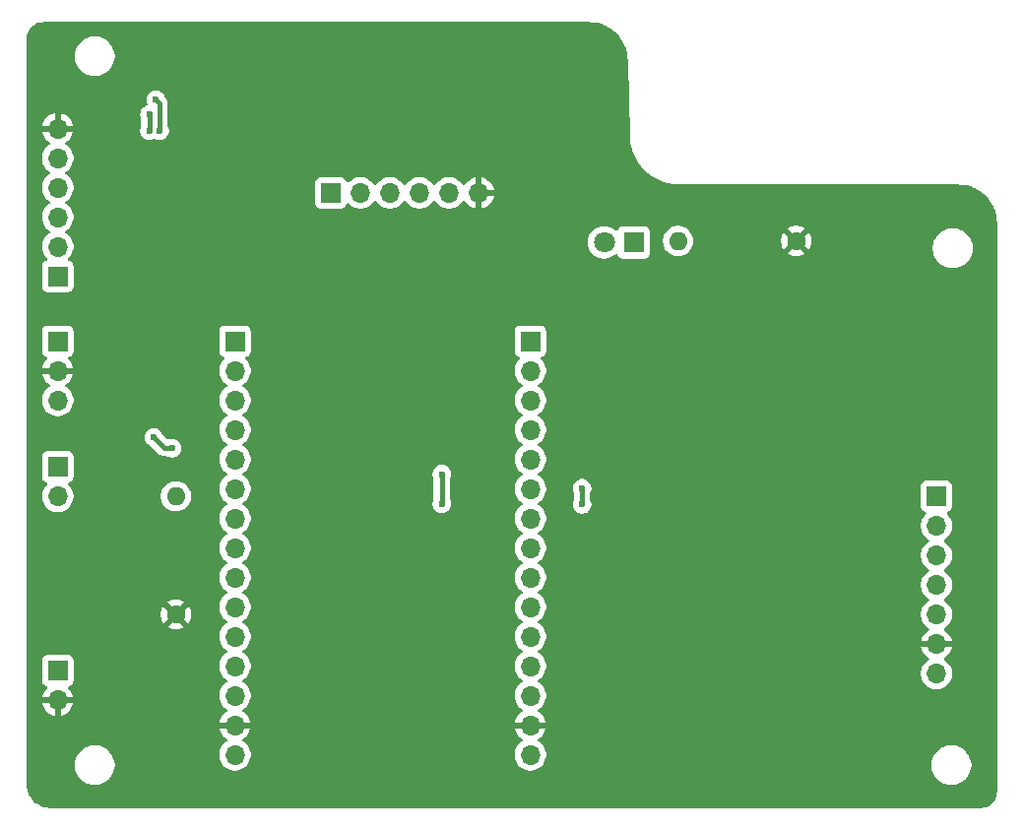
<source format=gbr>
%TF.GenerationSoftware,KiCad,Pcbnew,9.0.0*%
%TF.CreationDate,2025-03-28T21:12:20-05:00*%
%TF.ProjectId,ws-control-board,77732d63-6f6e-4747-926f-6c2d626f6172,rev?*%
%TF.SameCoordinates,Original*%
%TF.FileFunction,Copper,L2,Bot*%
%TF.FilePolarity,Positive*%
%FSLAX46Y46*%
G04 Gerber Fmt 4.6, Leading zero omitted, Abs format (unit mm)*
G04 Created by KiCad (PCBNEW 9.0.0) date 2025-03-28 21:12:20*
%MOMM*%
%LPD*%
G01*
G04 APERTURE LIST*
%TA.AperFunction,ComponentPad*%
%ADD10O,1.700000X1.700000*%
%TD*%
%TA.AperFunction,ComponentPad*%
%ADD11R,1.700000X1.700000*%
%TD*%
%TA.AperFunction,ComponentPad*%
%ADD12C,1.600000*%
%TD*%
%TA.AperFunction,ComponentPad*%
%ADD13O,1.600000X1.600000*%
%TD*%
%TA.AperFunction,ComponentPad*%
%ADD14R,1.800000X1.800000*%
%TD*%
%TA.AperFunction,ComponentPad*%
%ADD15C,1.800000*%
%TD*%
%TA.AperFunction,ViaPad*%
%ADD16C,0.600000*%
%TD*%
%TA.AperFunction,Conductor*%
%ADD17C,0.381000*%
%TD*%
G04 APERTURE END LIST*
D10*
%TO.P,J4,6,Pin_6*%
%TO.N,GND*%
X142875000Y-71060000D03*
%TO.P,J4,5,Pin_5*%
%TO.N,unconnected-(J4-Pin_5-Pad5)*%
X140335000Y-71060000D03*
%TO.P,J4,4,Pin_4*%
%TO.N,/ESP_RX*%
X137795000Y-71060000D03*
%TO.P,J4,3,Pin_3*%
%TO.N,/ESP_TX*%
X135255000Y-71060000D03*
%TO.P,J4,2,Pin_2*%
%TO.N,unconnected-(J4-Pin_2-Pad2)*%
X132715000Y-71060000D03*
D11*
%TO.P,J4,1,Pin_1*%
%TO.N,+3.3V*%
X130175000Y-71060000D03*
%TD*%
%TO.P,J5,1,Pin_1*%
%TO.N,/BME_CS*%
X106680000Y-78232000D03*
D10*
%TO.P,J5,2,Pin_2*%
%TO.N,/MOSI*%
X106680000Y-75692000D03*
%TO.P,J5,3,Pin_3*%
%TO.N,/MISO*%
X106680000Y-73152000D03*
%TO.P,J5,4,Pin_4*%
%TO.N,/SCK*%
X106680000Y-70612000D03*
%TO.P,J5,5,Pin_5*%
%TO.N,+3.3V*%
X106680000Y-68072000D03*
%TO.P,J5,6,Pin_6*%
%TO.N,GND*%
X106680000Y-65532000D03*
%TD*%
D11*
%TO.P,J3,1,Pin_1*%
%TO.N,/MISO*%
X182245000Y-97155000D03*
D10*
%TO.P,J3,2,Pin_2*%
%TO.N,/RTD_CS*%
X182245000Y-99695000D03*
%TO.P,J3,3,Pin_3*%
%TO.N,/SCK*%
X182245000Y-102235000D03*
%TO.P,J3,4,Pin_4*%
%TO.N,/MOSI*%
X182245000Y-104775000D03*
%TO.P,J3,5,Pin_5*%
%TO.N,unconnected-(J3-Pin_5-Pad5)*%
X182245000Y-107315000D03*
%TO.P,J3,6,Pin_6*%
%TO.N,GND*%
X182245000Y-109855000D03*
%TO.P,J3,7,Pin_7*%
%TO.N,+3.3V*%
X182245000Y-112395000D03*
%TD*%
D11*
%TO.P,J2,1,Pin_1*%
%TO.N,unconnected-(J2-Pin_1-Pad1)*%
X121920000Y-83820000D03*
D10*
%TO.P,J2,2,Pin_2*%
%TO.N,unconnected-(J2-Pin_2-Pad2)*%
X121920000Y-86360000D03*
%TO.P,J2,3,Pin_3*%
%TO.N,unconnected-(J2-Pin_3-Pad3)*%
X121920000Y-88900000D03*
%TO.P,J2,4,Pin_4*%
%TO.N,unconnected-(J2-Pin_4-Pad4)*%
X121920000Y-91440000D03*
%TO.P,J2,5,Pin_5*%
%TO.N,/WATER_SENS*%
X121920000Y-93980000D03*
%TO.P,J2,6,Pin_6*%
%TO.N,unconnected-(J2-Pin_6-Pad6)*%
X121920000Y-96520000D03*
%TO.P,J2,7,Pin_7*%
%TO.N,unconnected-(J2-Pin_7-Pad7)*%
X121920000Y-99060000D03*
%TO.P,J2,8,Pin_8*%
%TO.N,unconnected-(J2-Pin_8-Pad8)*%
X121920000Y-101600000D03*
%TO.P,J2,9,Pin_9*%
%TO.N,unconnected-(J2-Pin_9-Pad9)*%
X121920000Y-104140000D03*
%TO.P,J2,10,Pin_10*%
%TO.N,unconnected-(J2-Pin_10-Pad10)*%
X121920000Y-106680000D03*
%TO.P,J2,11,Pin_11*%
%TO.N,/PHOTO_SENS*%
X121920000Y-109220000D03*
%TO.P,J2,12,Pin_12*%
%TO.N,/STAT_LED*%
X121920000Y-111760000D03*
%TO.P,J2,13,Pin_13*%
%TO.N,unconnected-(J2-Pin_13-Pad13)*%
X121920000Y-114300000D03*
%TO.P,J2,14,Pin_14*%
%TO.N,GND*%
X121920000Y-116840000D03*
%TO.P,J2,15,Pin_15*%
%TO.N,VIN*%
X121920000Y-119380000D03*
%TD*%
D11*
%TO.P,J1,1,Pin_1*%
%TO.N,/MOSI*%
X147320000Y-83820000D03*
D10*
%TO.P,J1,2,Pin_2*%
%TO.N,/RTD_CS*%
X147320000Y-86360000D03*
%TO.P,J1,3,Pin_3*%
%TO.N,unconnected-(J1-Pin_3-Pad3)*%
X147320000Y-88900000D03*
%TO.P,J1,4,Pin_4*%
%TO.N,unconnected-(J1-Pin_4-Pad4)*%
X147320000Y-91440000D03*
%TO.P,J1,5,Pin_5*%
%TO.N,unconnected-(J1-Pin_5-Pad5)*%
X147320000Y-93980000D03*
%TO.P,J1,6,Pin_6*%
%TO.N,/MISO*%
X147320000Y-96520000D03*
%TO.P,J1,7,Pin_7*%
%TO.N,/SCK*%
X147320000Y-99060000D03*
%TO.P,J1,8,Pin_8*%
%TO.N,/BME_CS*%
X147320000Y-101600000D03*
%TO.P,J1,9,Pin_9*%
%TO.N,/ESP_TX*%
X147320000Y-104140000D03*
%TO.P,J1,10,Pin_10*%
%TO.N,/ESP_RX*%
X147320000Y-106680000D03*
%TO.P,J1,11,Pin_11*%
%TO.N,unconnected-(J1-Pin_11-Pad11)*%
X147320000Y-109220000D03*
%TO.P,J1,12,Pin_12*%
%TO.N,unconnected-(J1-Pin_12-Pad12)*%
X147320000Y-111760000D03*
%TO.P,J1,13,Pin_13*%
%TO.N,unconnected-(J1-Pin_13-Pad13)*%
X147320000Y-114300000D03*
%TO.P,J1,14,Pin_14*%
%TO.N,GND*%
X147320000Y-116840000D03*
%TO.P,J1,15,Pin_15*%
%TO.N,+3.3V*%
X147320000Y-119380000D03*
%TD*%
D12*
%TO.P,R2,1*%
%TO.N,GND*%
X116840000Y-107315000D03*
D13*
%TO.P,R2,2*%
%TO.N,/PHOTO_SENS*%
X116840000Y-97155000D03*
%TD*%
D11*
%TO.P,J8,1,Pin_1*%
%TO.N,VIN*%
X106680000Y-112141000D03*
D10*
%TO.P,J8,2,Pin_2*%
%TO.N,GND*%
X106680000Y-114681000D03*
%TD*%
D11*
%TO.P,J7,1,Pin_1*%
%TO.N,+3.3V*%
X106680000Y-94615000D03*
D10*
%TO.P,J7,2,Pin_2*%
%TO.N,/PHOTO_SENS*%
X106680000Y-97155000D03*
%TD*%
D11*
%TO.P,J6,1,Pin_1*%
%TO.N,+3.3V*%
X106680000Y-83820000D03*
D10*
%TO.P,J6,2,Pin_2*%
%TO.N,GND*%
X106680000Y-86360000D03*
%TO.P,J6,3,Pin_3*%
%TO.N,/WATER_SENS*%
X106680000Y-88900000D03*
%TD*%
D12*
%TO.P,R1,1*%
%TO.N,GND*%
X170180000Y-75184000D03*
D13*
%TO.P,R1,2*%
%TO.N,Net-(D1-K)*%
X160020000Y-75184000D03*
%TD*%
D14*
%TO.P,D1,1,K*%
%TO.N,Net-(D1-K)*%
X156210000Y-75311000D03*
D15*
%TO.P,D1,2,A*%
%TO.N,/STAT_LED*%
X153670000Y-75311000D03*
%TD*%
D16*
%TO.N,/ESP_RX*%
X139700000Y-95250000D03*
X139700000Y-97790000D03*
%TO.N,/MOSI*%
X115117492Y-63047492D03*
X115443000Y-65714500D03*
%TO.N,/MISO*%
X114554000Y-64333500D03*
X114554000Y-65714500D03*
%TO.N,/RTD_CS*%
X151765000Y-97845500D03*
X151765000Y-96464500D03*
%TO.N,/WATER_SENS*%
X116510462Y-93015462D03*
X114935000Y-92075000D03*
%TD*%
D17*
%TO.N,/ESP_RX*%
X139700000Y-97790000D02*
X139700000Y-95250000D01*
%TO.N,/MOSI*%
X115443000Y-65714500D02*
X115443000Y-63373000D01*
X115443000Y-63373000D02*
X115117492Y-63047492D01*
%TO.N,/MISO*%
X114554000Y-64333500D02*
X114554000Y-65714500D01*
%TO.N,/RTD_CS*%
X151765000Y-97845500D02*
X151765000Y-96464500D01*
%TO.N,/WATER_SENS*%
X115875462Y-93015462D02*
X114935000Y-92075000D01*
X116510462Y-93015462D02*
X115875462Y-93015462D01*
%TD*%
%TA.AperFunction,Conductor*%
%TO.N,GND*%
G36*
X152403243Y-56380669D02*
G01*
X152739450Y-56398290D01*
X152752358Y-56399647D01*
X153081677Y-56451806D01*
X153094342Y-56454497D01*
X153416422Y-56540798D01*
X153428749Y-56544803D01*
X153740038Y-56664296D01*
X153751873Y-56669565D01*
X154048976Y-56820947D01*
X154060191Y-56827423D01*
X154339832Y-57009023D01*
X154350313Y-57016638D01*
X154522886Y-57156384D01*
X154609441Y-57226475D01*
X154619086Y-57235160D01*
X154854839Y-57470913D01*
X154863524Y-57480558D01*
X155073359Y-57739683D01*
X155080978Y-57750171D01*
X155262573Y-58029802D01*
X155269055Y-58041029D01*
X155333515Y-58167537D01*
X155420429Y-58338115D01*
X155425708Y-58349972D01*
X155545193Y-58661241D01*
X155549204Y-58673586D01*
X155628963Y-58971255D01*
X155635498Y-58995642D01*
X155638196Y-59008337D01*
X155690353Y-59337642D01*
X155691710Y-59350551D01*
X155709134Y-59683040D01*
X155709267Y-59686505D01*
X155709463Y-59694540D01*
X155709500Y-59697564D01*
X155709500Y-59755891D01*
X155710415Y-59762843D01*
X155711439Y-59776017D01*
X155863564Y-66045518D01*
X155863600Y-66048526D01*
X155863600Y-66239283D01*
X155900374Y-66636148D01*
X155900375Y-66636149D01*
X155900376Y-66636157D01*
X155934825Y-66820443D01*
X155973613Y-67027943D01*
X155973615Y-67027949D01*
X156075513Y-67386090D01*
X156082686Y-67411298D01*
X156137810Y-67553588D01*
X156226668Y-67782959D01*
X156226669Y-67782960D01*
X156404320Y-68139734D01*
X156404328Y-68139750D01*
X156614144Y-68478614D01*
X156614147Y-68478619D01*
X156854323Y-68796666D01*
X156854339Y-68796685D01*
X156995732Y-68951786D01*
X157097456Y-69063373D01*
X157122856Y-69091235D01*
X157228472Y-69187517D01*
X157417398Y-69359747D01*
X157693946Y-69568588D01*
X157735468Y-69599944D01*
X157912407Y-69709500D01*
X158074336Y-69809763D01*
X158431121Y-69987423D01*
X158802777Y-70131405D01*
X159186133Y-70240481D01*
X159186139Y-70240482D01*
X159186147Y-70240484D01*
X159577906Y-70313719D01*
X159577917Y-70313721D01*
X159974788Y-70350499D01*
X160093768Y-70350499D01*
X160108206Y-70350499D01*
X160108208Y-70350500D01*
X160174074Y-70350500D01*
X160239966Y-70350501D01*
X160239970Y-70350500D01*
X184084108Y-70350500D01*
X184146754Y-70350500D01*
X184153243Y-70350669D01*
X184489450Y-70368290D01*
X184502358Y-70369647D01*
X184831677Y-70421806D01*
X184844342Y-70424497D01*
X185166422Y-70510798D01*
X185178749Y-70514803D01*
X185490038Y-70634296D01*
X185501873Y-70639565D01*
X185798976Y-70790947D01*
X185810191Y-70797423D01*
X186089832Y-70979023D01*
X186100313Y-70986638D01*
X186322162Y-71166287D01*
X186359441Y-71196475D01*
X186369086Y-71205160D01*
X186604839Y-71440913D01*
X186613524Y-71450558D01*
X186823359Y-71709683D01*
X186830978Y-71720171D01*
X187012573Y-71999802D01*
X187019055Y-72011029D01*
X187152133Y-72272208D01*
X187170429Y-72308115D01*
X187175708Y-72319972D01*
X187295193Y-72631241D01*
X187299204Y-72643586D01*
X187385498Y-72965642D01*
X187388196Y-72978337D01*
X187440352Y-73307641D01*
X187441709Y-73320549D01*
X187459330Y-73656756D01*
X187459500Y-73663246D01*
X187459500Y-122550124D01*
X187459118Y-122559853D01*
X187442973Y-122764984D01*
X187439929Y-122784202D01*
X187393037Y-122979524D01*
X187387024Y-122998030D01*
X187310152Y-123183615D01*
X187301318Y-123200952D01*
X187196363Y-123372221D01*
X187184926Y-123387962D01*
X187054468Y-123540709D01*
X187040709Y-123554468D01*
X186887962Y-123684926D01*
X186872221Y-123696363D01*
X186700952Y-123801318D01*
X186683615Y-123810152D01*
X186498030Y-123887024D01*
X186479524Y-123893037D01*
X186284202Y-123939929D01*
X186264984Y-123942973D01*
X186059854Y-123959118D01*
X186050125Y-123959500D01*
X106049067Y-123959500D01*
X106040957Y-123959235D01*
X105786895Y-123942583D01*
X105770814Y-123940465D01*
X105735770Y-123933494D01*
X105525111Y-123891591D01*
X105509445Y-123887393D01*
X105272213Y-123806864D01*
X105257227Y-123800657D01*
X105032539Y-123689853D01*
X105018492Y-123681743D01*
X104810188Y-123542559D01*
X104797320Y-123532685D01*
X104608966Y-123367502D01*
X104597497Y-123356033D01*
X104432314Y-123167679D01*
X104422440Y-123154811D01*
X104317682Y-122998030D01*
X104283256Y-122946507D01*
X104275146Y-122932460D01*
X104202033Y-122784202D01*
X104164339Y-122707765D01*
X104158135Y-122692786D01*
X104077606Y-122455554D01*
X104073408Y-122439888D01*
X104064736Y-122396292D01*
X104024532Y-122194172D01*
X104022417Y-122178114D01*
X104005765Y-121924042D01*
X104005500Y-121915933D01*
X104005500Y-120155780D01*
X108127500Y-120155780D01*
X108127500Y-120382219D01*
X108127501Y-120382235D01*
X108157056Y-120606731D01*
X108157057Y-120606736D01*
X108157058Y-120606742D01*
X108181308Y-120697246D01*
X108215667Y-120825476D01*
X108302322Y-121034681D01*
X108302329Y-121034696D01*
X108415553Y-121230806D01*
X108553408Y-121410462D01*
X108553414Y-121410469D01*
X108713530Y-121570585D01*
X108713537Y-121570591D01*
X108893193Y-121708446D01*
X109089303Y-121821670D01*
X109089318Y-121821677D01*
X109167614Y-121854108D01*
X109298522Y-121908332D01*
X109517258Y-121966942D01*
X109741774Y-121996500D01*
X109741781Y-121996500D01*
X109968219Y-121996500D01*
X109968226Y-121996500D01*
X110192742Y-121966942D01*
X110411478Y-121908332D01*
X110620693Y-121821672D01*
X110816807Y-121708446D01*
X110996464Y-121570590D01*
X111156590Y-121410464D01*
X111294446Y-121230807D01*
X111407672Y-121034693D01*
X111494332Y-120825478D01*
X111552942Y-120606742D01*
X111582500Y-120382226D01*
X111582500Y-120155774D01*
X111552942Y-119931258D01*
X111494332Y-119712522D01*
X111407672Y-119503307D01*
X111294446Y-119307193D01*
X111156590Y-119127536D01*
X111156585Y-119127530D01*
X110996469Y-118967414D01*
X110996462Y-118967408D01*
X110816806Y-118829553D01*
X110620696Y-118716329D01*
X110620681Y-118716322D01*
X110411476Y-118629667D01*
X110302110Y-118600363D01*
X110192742Y-118571058D01*
X110192736Y-118571057D01*
X110192731Y-118571056D01*
X109968235Y-118541501D01*
X109968232Y-118541500D01*
X109968226Y-118541500D01*
X109741774Y-118541500D01*
X109741768Y-118541500D01*
X109741764Y-118541501D01*
X109517268Y-118571056D01*
X109517261Y-118571057D01*
X109517258Y-118571058D01*
X109471031Y-118583444D01*
X109298523Y-118629667D01*
X109089318Y-118716322D01*
X109089303Y-118716329D01*
X108893193Y-118829553D01*
X108713537Y-118967408D01*
X108713530Y-118967414D01*
X108553414Y-119127530D01*
X108553408Y-119127537D01*
X108415553Y-119307193D01*
X108302329Y-119503303D01*
X108302322Y-119503318D01*
X108215667Y-119712523D01*
X108157059Y-119931255D01*
X108157056Y-119931268D01*
X108127501Y-120155764D01*
X108127500Y-120155780D01*
X104005500Y-120155780D01*
X104005500Y-111243135D01*
X105329500Y-111243135D01*
X105329500Y-113038870D01*
X105329501Y-113038876D01*
X105335908Y-113098483D01*
X105386202Y-113233328D01*
X105386206Y-113233335D01*
X105472452Y-113348544D01*
X105472455Y-113348547D01*
X105587664Y-113434793D01*
X105587671Y-113434797D01*
X105587674Y-113434798D01*
X105719598Y-113484002D01*
X105775531Y-113525873D01*
X105799949Y-113591337D01*
X105785098Y-113659610D01*
X105763947Y-113687865D01*
X105650271Y-113801541D01*
X105525379Y-113973442D01*
X105428904Y-114162782D01*
X105363242Y-114364870D01*
X105363242Y-114364873D01*
X105352769Y-114431000D01*
X106246988Y-114431000D01*
X106214075Y-114488007D01*
X106180000Y-114615174D01*
X106180000Y-114746826D01*
X106214075Y-114873993D01*
X106246988Y-114931000D01*
X105352769Y-114931000D01*
X105363242Y-114997126D01*
X105363242Y-114997129D01*
X105428904Y-115199217D01*
X105525379Y-115388557D01*
X105650272Y-115560459D01*
X105650276Y-115560464D01*
X105800535Y-115710723D01*
X105800540Y-115710727D01*
X105972442Y-115835620D01*
X106161782Y-115932095D01*
X106363871Y-115997757D01*
X106430000Y-116008231D01*
X106430000Y-115114012D01*
X106487007Y-115146925D01*
X106614174Y-115181000D01*
X106745826Y-115181000D01*
X106872993Y-115146925D01*
X106930000Y-115114012D01*
X106930000Y-116008230D01*
X106996126Y-115997757D01*
X106996129Y-115997757D01*
X107198217Y-115932095D01*
X107387557Y-115835620D01*
X107559459Y-115710727D01*
X107559464Y-115710723D01*
X107709723Y-115560464D01*
X107709727Y-115560459D01*
X107834620Y-115388557D01*
X107931095Y-115199217D01*
X107996757Y-114997129D01*
X107996757Y-114997126D01*
X108007231Y-114931000D01*
X107113012Y-114931000D01*
X107145925Y-114873993D01*
X107180000Y-114746826D01*
X107180000Y-114615174D01*
X107145925Y-114488007D01*
X107113012Y-114431000D01*
X108007231Y-114431000D01*
X107996757Y-114364873D01*
X107996757Y-114364870D01*
X107931095Y-114162782D01*
X107834620Y-113973442D01*
X107709727Y-113801540D01*
X107709723Y-113801535D01*
X107596053Y-113687865D01*
X107562568Y-113626542D01*
X107567552Y-113556850D01*
X107609424Y-113500917D01*
X107640400Y-113484002D01*
X107772331Y-113434796D01*
X107887546Y-113348546D01*
X107973796Y-113233331D01*
X108024091Y-113098483D01*
X108030500Y-113038873D01*
X108030499Y-111243128D01*
X108024091Y-111183517D01*
X108009144Y-111143443D01*
X107973797Y-111048671D01*
X107973793Y-111048664D01*
X107887547Y-110933455D01*
X107887544Y-110933452D01*
X107772335Y-110847206D01*
X107772328Y-110847202D01*
X107637482Y-110796908D01*
X107637483Y-110796908D01*
X107577883Y-110790501D01*
X107577881Y-110790500D01*
X107577873Y-110790500D01*
X107577864Y-110790500D01*
X105782129Y-110790500D01*
X105782123Y-110790501D01*
X105722516Y-110796908D01*
X105587671Y-110847202D01*
X105587664Y-110847206D01*
X105472455Y-110933452D01*
X105472452Y-110933455D01*
X105386206Y-111048664D01*
X105386202Y-111048671D01*
X105335908Y-111183517D01*
X105329666Y-111241585D01*
X105329501Y-111243123D01*
X105329500Y-111243135D01*
X104005500Y-111243135D01*
X104005500Y-107212682D01*
X115540000Y-107212682D01*
X115540000Y-107417317D01*
X115572009Y-107619417D01*
X115635244Y-107814031D01*
X115728141Y-107996350D01*
X115728147Y-107996359D01*
X115760523Y-108040921D01*
X115760524Y-108040922D01*
X116440000Y-107361446D01*
X116440000Y-107367661D01*
X116467259Y-107469394D01*
X116519920Y-107560606D01*
X116594394Y-107635080D01*
X116685606Y-107687741D01*
X116787339Y-107715000D01*
X116793553Y-107715000D01*
X116114076Y-108394474D01*
X116158650Y-108426859D01*
X116340968Y-108519755D01*
X116535582Y-108582990D01*
X116737683Y-108615000D01*
X116942317Y-108615000D01*
X117144417Y-108582990D01*
X117339031Y-108519755D01*
X117521349Y-108426859D01*
X117565921Y-108394474D01*
X116886447Y-107715000D01*
X116892661Y-107715000D01*
X116994394Y-107687741D01*
X117085606Y-107635080D01*
X117160080Y-107560606D01*
X117212741Y-107469394D01*
X117240000Y-107367661D01*
X117240000Y-107361448D01*
X117919474Y-108040922D01*
X117919474Y-108040921D01*
X117951859Y-107996349D01*
X118044755Y-107814031D01*
X118107990Y-107619417D01*
X118140000Y-107417317D01*
X118140000Y-107212682D01*
X118107990Y-107010582D01*
X118044755Y-106815968D01*
X117951859Y-106633650D01*
X117919474Y-106589077D01*
X117919474Y-106589076D01*
X117240000Y-107268551D01*
X117240000Y-107262339D01*
X117212741Y-107160606D01*
X117160080Y-107069394D01*
X117085606Y-106994920D01*
X116994394Y-106942259D01*
X116892661Y-106915000D01*
X116886446Y-106915000D01*
X117565922Y-106235524D01*
X117565921Y-106235523D01*
X117521359Y-106203147D01*
X117521350Y-106203141D01*
X117339031Y-106110244D01*
X117144417Y-106047009D01*
X116942317Y-106015000D01*
X116737683Y-106015000D01*
X116535582Y-106047009D01*
X116340968Y-106110244D01*
X116158644Y-106203143D01*
X116114077Y-106235523D01*
X116114077Y-106235524D01*
X116793554Y-106915000D01*
X116787339Y-106915000D01*
X116685606Y-106942259D01*
X116594394Y-106994920D01*
X116519920Y-107069394D01*
X116467259Y-107160606D01*
X116440000Y-107262339D01*
X116440000Y-107268553D01*
X115760524Y-106589077D01*
X115760523Y-106589077D01*
X115728143Y-106633644D01*
X115635244Y-106815968D01*
X115572009Y-107010582D01*
X115540000Y-107212682D01*
X104005500Y-107212682D01*
X104005500Y-93717135D01*
X105329500Y-93717135D01*
X105329500Y-95512870D01*
X105329501Y-95512876D01*
X105335908Y-95572483D01*
X105386202Y-95707328D01*
X105386206Y-95707335D01*
X105472452Y-95822544D01*
X105472455Y-95822547D01*
X105587664Y-95908793D01*
X105587671Y-95908797D01*
X105719082Y-95957810D01*
X105775016Y-95999681D01*
X105799433Y-96065145D01*
X105784582Y-96133418D01*
X105763431Y-96161673D01*
X105649889Y-96275215D01*
X105524951Y-96447179D01*
X105428444Y-96636585D01*
X105362753Y-96838760D01*
X105329500Y-97048713D01*
X105329500Y-97261286D01*
X105361975Y-97466328D01*
X105362754Y-97471243D01*
X105408492Y-97612010D01*
X105428444Y-97673414D01*
X105524951Y-97862820D01*
X105649890Y-98034786D01*
X105800213Y-98185109D01*
X105972179Y-98310048D01*
X105972181Y-98310049D01*
X105972184Y-98310051D01*
X106161588Y-98406557D01*
X106363757Y-98472246D01*
X106573713Y-98505500D01*
X106573714Y-98505500D01*
X106786286Y-98505500D01*
X106786287Y-98505500D01*
X106996243Y-98472246D01*
X107198412Y-98406557D01*
X107387816Y-98310051D01*
X107474138Y-98247335D01*
X107559786Y-98185109D01*
X107559788Y-98185106D01*
X107559792Y-98185104D01*
X107710104Y-98034792D01*
X107710106Y-98034788D01*
X107710109Y-98034786D01*
X107835048Y-97862820D01*
X107835047Y-97862820D01*
X107835051Y-97862816D01*
X107931557Y-97673412D01*
X107997246Y-97471243D01*
X108030500Y-97261287D01*
X108030500Y-97052648D01*
X115539500Y-97052648D01*
X115539500Y-97257351D01*
X115571522Y-97459534D01*
X115634781Y-97654223D01*
X115727715Y-97836613D01*
X115848028Y-98002213D01*
X115992786Y-98146971D01*
X116130928Y-98247335D01*
X116158390Y-98267287D01*
X116242319Y-98310051D01*
X116340776Y-98360218D01*
X116340778Y-98360218D01*
X116340781Y-98360220D01*
X116445137Y-98394127D01*
X116535465Y-98423477D01*
X116636557Y-98439488D01*
X116737648Y-98455500D01*
X116737649Y-98455500D01*
X116942351Y-98455500D01*
X116942352Y-98455500D01*
X117144534Y-98423477D01*
X117339219Y-98360220D01*
X117521610Y-98267287D01*
X117656637Y-98169185D01*
X117687213Y-98146971D01*
X117687215Y-98146968D01*
X117687219Y-98146966D01*
X117831966Y-98002219D01*
X117831968Y-98002215D01*
X117831971Y-98002213D01*
X117902636Y-97904949D01*
X117952287Y-97836610D01*
X118045220Y-97654219D01*
X118108477Y-97459534D01*
X118140500Y-97257352D01*
X118140500Y-97052648D01*
X118108477Y-96850466D01*
X118108390Y-96850199D01*
X118045218Y-96655776D01*
X117987929Y-96543342D01*
X117952287Y-96473390D01*
X117944556Y-96462749D01*
X117831971Y-96307786D01*
X117687213Y-96163028D01*
X117521613Y-96042715D01*
X117521612Y-96042714D01*
X117521610Y-96042713D01*
X117437681Y-95999949D01*
X117339223Y-95949781D01*
X117144534Y-95886522D01*
X116969995Y-95858878D01*
X116942352Y-95854500D01*
X116737648Y-95854500D01*
X116713329Y-95858351D01*
X116535465Y-95886522D01*
X116340776Y-95949781D01*
X116158386Y-96042715D01*
X115992786Y-96163028D01*
X115848028Y-96307786D01*
X115727715Y-96473386D01*
X115634781Y-96655776D01*
X115571522Y-96850465D01*
X115539500Y-97052648D01*
X108030500Y-97052648D01*
X108030500Y-97048713D01*
X107997246Y-96838757D01*
X107931557Y-96636588D01*
X107835051Y-96447184D01*
X107835049Y-96447181D01*
X107835048Y-96447179D01*
X107710109Y-96275213D01*
X107596569Y-96161673D01*
X107563084Y-96100350D01*
X107568068Y-96030658D01*
X107609940Y-95974725D01*
X107640915Y-95957810D01*
X107772331Y-95908796D01*
X107887546Y-95822546D01*
X107973796Y-95707331D01*
X108024091Y-95572483D01*
X108030500Y-95512873D01*
X108030499Y-93717128D01*
X108024091Y-93657517D01*
X108016532Y-93637251D01*
X107973797Y-93522671D01*
X107973793Y-93522664D01*
X107887547Y-93407455D01*
X107887544Y-93407452D01*
X107772335Y-93321206D01*
X107772328Y-93321202D01*
X107637482Y-93270908D01*
X107637483Y-93270908D01*
X107577883Y-93264501D01*
X107577881Y-93264500D01*
X107577873Y-93264500D01*
X107577864Y-93264500D01*
X105782129Y-93264500D01*
X105782123Y-93264501D01*
X105722516Y-93270908D01*
X105587671Y-93321202D01*
X105587664Y-93321206D01*
X105472455Y-93407452D01*
X105472452Y-93407455D01*
X105386206Y-93522664D01*
X105386202Y-93522671D01*
X105335908Y-93657517D01*
X105329501Y-93717116D01*
X105329501Y-93717123D01*
X105329500Y-93717135D01*
X104005500Y-93717135D01*
X104005500Y-91996153D01*
X114134500Y-91996153D01*
X114134500Y-92153846D01*
X114165261Y-92308489D01*
X114165264Y-92308501D01*
X114225602Y-92454172D01*
X114225609Y-92454185D01*
X114313210Y-92585288D01*
X114313213Y-92585292D01*
X114424707Y-92696786D01*
X114424711Y-92696789D01*
X114555814Y-92784390D01*
X114555823Y-92784395D01*
X114701503Y-92844737D01*
X114707325Y-92846503D01*
X114706612Y-92848851D01*
X114758964Y-92876214D01*
X114760571Y-92877793D01*
X115434969Y-93552192D01*
X115434972Y-93552195D01*
X115434975Y-93552197D01*
X115494436Y-93591927D01*
X115548151Y-93627818D01*
X115548152Y-93627818D01*
X115548153Y-93627819D01*
X115673900Y-93679905D01*
X115673905Y-93679907D01*
X115673909Y-93679907D01*
X115673910Y-93679908D01*
X115807401Y-93706462D01*
X115807404Y-93706462D01*
X115807405Y-93706462D01*
X115943519Y-93706462D01*
X116066139Y-93706462D01*
X116124971Y-93723737D01*
X116125909Y-93721983D01*
X116131277Y-93724852D01*
X116131283Y-93724856D01*
X116276965Y-93785199D01*
X116431615Y-93815961D01*
X116431618Y-93815962D01*
X116431620Y-93815962D01*
X116589306Y-93815962D01*
X116589307Y-93815961D01*
X116743959Y-93785199D01*
X116889641Y-93724856D01*
X117020751Y-93637251D01*
X117132251Y-93525751D01*
X117219856Y-93394641D01*
X117280199Y-93248959D01*
X117310962Y-93094304D01*
X117310962Y-92936620D01*
X117310962Y-92936617D01*
X117310961Y-92936615D01*
X117280199Y-92781965D01*
X117280197Y-92781960D01*
X117219859Y-92636289D01*
X117219852Y-92636276D01*
X117132251Y-92505173D01*
X117132248Y-92505169D01*
X117020754Y-92393675D01*
X117020750Y-92393672D01*
X116889647Y-92306071D01*
X116889634Y-92306064D01*
X116743963Y-92245726D01*
X116743951Y-92245723D01*
X116589307Y-92214962D01*
X116589304Y-92214962D01*
X116431620Y-92214962D01*
X116431617Y-92214962D01*
X116276973Y-92245722D01*
X116276964Y-92245725D01*
X116216317Y-92270845D01*
X116146848Y-92278312D01*
X116084369Y-92247036D01*
X116081186Y-92243964D01*
X115737793Y-91900571D01*
X115708403Y-91846748D01*
X115706503Y-91847325D01*
X115704737Y-91841503D01*
X115644395Y-91695823D01*
X115644390Y-91695814D01*
X115556789Y-91564711D01*
X115556786Y-91564707D01*
X115445292Y-91453213D01*
X115445288Y-91453210D01*
X115314185Y-91365609D01*
X115314172Y-91365602D01*
X115168501Y-91305264D01*
X115168489Y-91305261D01*
X115013845Y-91274500D01*
X115013842Y-91274500D01*
X114856158Y-91274500D01*
X114856155Y-91274500D01*
X114701510Y-91305261D01*
X114701498Y-91305264D01*
X114555827Y-91365602D01*
X114555814Y-91365609D01*
X114424711Y-91453210D01*
X114424707Y-91453213D01*
X114313213Y-91564707D01*
X114313210Y-91564711D01*
X114225609Y-91695814D01*
X114225602Y-91695827D01*
X114165264Y-91841498D01*
X114165261Y-91841510D01*
X114134500Y-91996153D01*
X104005500Y-91996153D01*
X104005500Y-82922135D01*
X105329500Y-82922135D01*
X105329500Y-84717870D01*
X105329501Y-84717876D01*
X105335908Y-84777483D01*
X105386202Y-84912328D01*
X105386206Y-84912335D01*
X105472452Y-85027544D01*
X105472455Y-85027547D01*
X105587664Y-85113793D01*
X105587671Y-85113797D01*
X105587674Y-85113798D01*
X105719598Y-85163002D01*
X105775531Y-85204873D01*
X105799949Y-85270337D01*
X105785098Y-85338610D01*
X105763947Y-85366865D01*
X105650271Y-85480541D01*
X105525379Y-85652442D01*
X105428904Y-85841782D01*
X105363242Y-86043870D01*
X105363242Y-86043873D01*
X105352769Y-86110000D01*
X106246988Y-86110000D01*
X106214075Y-86167007D01*
X106180000Y-86294174D01*
X106180000Y-86425826D01*
X106214075Y-86552993D01*
X106246988Y-86610000D01*
X105352769Y-86610000D01*
X105363242Y-86676126D01*
X105363242Y-86676129D01*
X105428904Y-86878217D01*
X105525379Y-87067557D01*
X105650272Y-87239459D01*
X105650276Y-87239464D01*
X105800535Y-87389723D01*
X105800540Y-87389727D01*
X105972444Y-87514622D01*
X105981495Y-87519234D01*
X106032292Y-87567208D01*
X106049087Y-87635029D01*
X106026550Y-87701164D01*
X105981499Y-87740202D01*
X105972182Y-87744949D01*
X105800213Y-87869890D01*
X105649890Y-88020213D01*
X105524951Y-88192179D01*
X105428444Y-88381585D01*
X105362753Y-88583760D01*
X105329500Y-88793713D01*
X105329500Y-89006286D01*
X105362753Y-89216239D01*
X105428444Y-89418414D01*
X105524951Y-89607820D01*
X105649890Y-89779786D01*
X105800213Y-89930109D01*
X105972179Y-90055048D01*
X105972181Y-90055049D01*
X105972184Y-90055051D01*
X106161588Y-90151557D01*
X106363757Y-90217246D01*
X106573713Y-90250500D01*
X106573714Y-90250500D01*
X106786286Y-90250500D01*
X106786287Y-90250500D01*
X106996243Y-90217246D01*
X107198412Y-90151557D01*
X107387816Y-90055051D01*
X107409789Y-90039086D01*
X107559786Y-89930109D01*
X107559788Y-89930106D01*
X107559792Y-89930104D01*
X107710104Y-89779792D01*
X107710106Y-89779788D01*
X107710109Y-89779786D01*
X107835048Y-89607820D01*
X107835047Y-89607820D01*
X107835051Y-89607816D01*
X107931557Y-89418412D01*
X107997246Y-89216243D01*
X108030500Y-89006287D01*
X108030500Y-88793713D01*
X107997246Y-88583757D01*
X107931557Y-88381588D01*
X107835051Y-88192184D01*
X107835049Y-88192181D01*
X107835048Y-88192179D01*
X107710109Y-88020213D01*
X107559786Y-87869890D01*
X107387817Y-87744949D01*
X107378504Y-87740204D01*
X107327707Y-87692230D01*
X107310912Y-87624409D01*
X107333449Y-87558274D01*
X107378507Y-87519232D01*
X107387558Y-87514620D01*
X107559459Y-87389727D01*
X107559464Y-87389723D01*
X107709723Y-87239464D01*
X107709727Y-87239459D01*
X107834620Y-87067557D01*
X107931095Y-86878217D01*
X107996757Y-86676129D01*
X107996757Y-86676126D01*
X108007231Y-86610000D01*
X107113012Y-86610000D01*
X107145925Y-86552993D01*
X107180000Y-86425826D01*
X107180000Y-86294174D01*
X107145925Y-86167007D01*
X107113012Y-86110000D01*
X108007231Y-86110000D01*
X107996757Y-86043873D01*
X107996757Y-86043870D01*
X107931095Y-85841782D01*
X107834620Y-85652442D01*
X107709727Y-85480540D01*
X107709723Y-85480535D01*
X107596053Y-85366865D01*
X107562568Y-85305542D01*
X107567552Y-85235850D01*
X107609424Y-85179917D01*
X107640400Y-85163002D01*
X107772331Y-85113796D01*
X107887546Y-85027546D01*
X107973796Y-84912331D01*
X108024091Y-84777483D01*
X108030500Y-84717873D01*
X108030499Y-82922135D01*
X120569500Y-82922135D01*
X120569500Y-84717870D01*
X120569501Y-84717876D01*
X120575908Y-84777483D01*
X120626202Y-84912328D01*
X120626206Y-84912335D01*
X120712452Y-85027544D01*
X120712455Y-85027547D01*
X120827664Y-85113793D01*
X120827671Y-85113797D01*
X120959082Y-85162810D01*
X121015016Y-85204681D01*
X121039433Y-85270145D01*
X121024582Y-85338418D01*
X121003431Y-85366673D01*
X120889889Y-85480215D01*
X120764951Y-85652179D01*
X120668444Y-85841585D01*
X120602753Y-86043760D01*
X120569500Y-86253713D01*
X120569500Y-86466286D01*
X120602753Y-86676239D01*
X120668444Y-86878414D01*
X120764951Y-87067820D01*
X120889890Y-87239786D01*
X121040213Y-87390109D01*
X121212182Y-87515050D01*
X121220946Y-87519516D01*
X121271742Y-87567491D01*
X121288536Y-87635312D01*
X121265998Y-87701447D01*
X121220946Y-87740484D01*
X121212182Y-87744949D01*
X121040213Y-87869890D01*
X120889890Y-88020213D01*
X120764951Y-88192179D01*
X120668444Y-88381585D01*
X120602753Y-88583760D01*
X120569500Y-88793713D01*
X120569500Y-89006286D01*
X120602753Y-89216239D01*
X120668444Y-89418414D01*
X120764951Y-89607820D01*
X120889890Y-89779786D01*
X121040213Y-89930109D01*
X121212182Y-90055050D01*
X121220946Y-90059516D01*
X121271742Y-90107491D01*
X121288536Y-90175312D01*
X121265998Y-90241447D01*
X121220946Y-90280484D01*
X121212182Y-90284949D01*
X121040213Y-90409890D01*
X120889890Y-90560213D01*
X120764951Y-90732179D01*
X120668444Y-90921585D01*
X120602753Y-91123760D01*
X120578878Y-91274500D01*
X120569500Y-91333713D01*
X120569500Y-91546287D01*
X120602754Y-91756243D01*
X120649649Y-91900571D01*
X120668444Y-91958414D01*
X120764951Y-92147820D01*
X120889890Y-92319786D01*
X121040213Y-92470109D01*
X121212182Y-92595050D01*
X121220946Y-92599516D01*
X121271742Y-92647491D01*
X121288536Y-92715312D01*
X121265998Y-92781447D01*
X121220946Y-92820484D01*
X121212182Y-92824949D01*
X121040213Y-92949890D01*
X120889890Y-93100213D01*
X120764951Y-93272179D01*
X120668444Y-93461585D01*
X120602753Y-93663760D01*
X120583519Y-93785199D01*
X120569500Y-93873713D01*
X120569500Y-94086287D01*
X120602754Y-94296243D01*
X120662546Y-94480264D01*
X120668444Y-94498414D01*
X120764951Y-94687820D01*
X120889890Y-94859786D01*
X121040213Y-95010109D01*
X121212182Y-95135050D01*
X121220946Y-95139516D01*
X121271742Y-95187491D01*
X121288536Y-95255312D01*
X121265998Y-95321447D01*
X121220946Y-95360484D01*
X121212182Y-95364949D01*
X121040213Y-95489890D01*
X120889890Y-95640213D01*
X120764951Y-95812179D01*
X120668444Y-96001585D01*
X120602753Y-96203760D01*
X120571837Y-96398960D01*
X120569500Y-96413713D01*
X120569500Y-96626287D01*
X120602754Y-96836243D01*
X120626336Y-96908822D01*
X120668444Y-97038414D01*
X120764951Y-97227820D01*
X120889890Y-97399786D01*
X121040213Y-97550109D01*
X121212182Y-97675050D01*
X121220946Y-97679516D01*
X121271742Y-97727491D01*
X121288536Y-97795312D01*
X121265998Y-97861447D01*
X121220946Y-97900484D01*
X121212182Y-97904949D01*
X121040213Y-98029890D01*
X120889890Y-98180213D01*
X120764951Y-98352179D01*
X120668444Y-98541585D01*
X120602753Y-98743760D01*
X120569500Y-98953713D01*
X120569500Y-99166286D01*
X120602753Y-99376239D01*
X120668444Y-99578414D01*
X120764951Y-99767820D01*
X120889890Y-99939786D01*
X121040213Y-100090109D01*
X121212182Y-100215050D01*
X121220946Y-100219516D01*
X121271742Y-100267491D01*
X121288536Y-100335312D01*
X121265998Y-100401447D01*
X121220946Y-100440484D01*
X121212182Y-100444949D01*
X121040213Y-100569890D01*
X120889890Y-100720213D01*
X120764951Y-100892179D01*
X120668444Y-101081585D01*
X120602753Y-101283760D01*
X120569500Y-101493713D01*
X120569500Y-101706286D01*
X120602753Y-101916239D01*
X120668444Y-102118414D01*
X120764951Y-102307820D01*
X120889890Y-102479786D01*
X121040213Y-102630109D01*
X121212182Y-102755050D01*
X121220946Y-102759516D01*
X121271742Y-102807491D01*
X121288536Y-102875312D01*
X121265998Y-102941447D01*
X121220946Y-102980484D01*
X121212182Y-102984949D01*
X121040213Y-103109890D01*
X120889890Y-103260213D01*
X120764951Y-103432179D01*
X120668444Y-103621585D01*
X120602753Y-103823760D01*
X120569500Y-104033713D01*
X120569500Y-104246286D01*
X120602753Y-104456239D01*
X120668444Y-104658414D01*
X120764951Y-104847820D01*
X120889890Y-105019786D01*
X121040213Y-105170109D01*
X121212182Y-105295050D01*
X121220946Y-105299516D01*
X121271742Y-105347491D01*
X121288536Y-105415312D01*
X121265998Y-105481447D01*
X121220946Y-105520484D01*
X121212182Y-105524949D01*
X121040213Y-105649890D01*
X120889890Y-105800213D01*
X120764951Y-105972179D01*
X120668444Y-106161585D01*
X120602753Y-106363760D01*
X120569500Y-106573713D01*
X120569500Y-106786286D01*
X120597242Y-106961446D01*
X120602754Y-106996243D01*
X120626522Y-107069394D01*
X120668444Y-107198414D01*
X120764951Y-107387820D01*
X120889890Y-107559786D01*
X121040213Y-107710109D01*
X121212182Y-107835050D01*
X121220946Y-107839516D01*
X121271742Y-107887491D01*
X121288536Y-107955312D01*
X121265998Y-108021447D01*
X121220946Y-108060484D01*
X121212182Y-108064949D01*
X121040213Y-108189890D01*
X120889890Y-108340213D01*
X120764951Y-108512179D01*
X120668444Y-108701585D01*
X120602753Y-108903760D01*
X120569500Y-109113713D01*
X120569500Y-109326286D01*
X120589870Y-109454901D01*
X120602754Y-109536243D01*
X120643617Y-109662007D01*
X120668444Y-109738414D01*
X120764951Y-109927820D01*
X120889890Y-110099786D01*
X121040213Y-110250109D01*
X121212182Y-110375050D01*
X121220946Y-110379516D01*
X121271742Y-110427491D01*
X121288536Y-110495312D01*
X121265998Y-110561447D01*
X121220946Y-110600484D01*
X121212182Y-110604949D01*
X121040213Y-110729890D01*
X120889890Y-110880213D01*
X120764951Y-111052179D01*
X120668444Y-111241585D01*
X120602753Y-111443760D01*
X120569500Y-111653713D01*
X120569500Y-111866286D01*
X120602753Y-112076239D01*
X120668444Y-112278414D01*
X120764951Y-112467820D01*
X120889890Y-112639786D01*
X121040213Y-112790109D01*
X121212182Y-112915050D01*
X121220946Y-112919516D01*
X121271742Y-112967491D01*
X121288536Y-113035312D01*
X121265998Y-113101447D01*
X121220946Y-113140484D01*
X121212182Y-113144949D01*
X121040213Y-113269890D01*
X120889890Y-113420213D01*
X120764951Y-113592179D01*
X120668444Y-113781585D01*
X120602753Y-113983760D01*
X120569500Y-114193713D01*
X120569500Y-114406286D01*
X120602584Y-114615174D01*
X120602754Y-114616243D01*
X120645183Y-114746826D01*
X120668444Y-114818414D01*
X120764951Y-115007820D01*
X120889890Y-115179786D01*
X121040213Y-115330109D01*
X121212179Y-115455048D01*
X121212181Y-115455049D01*
X121212184Y-115455051D01*
X121221493Y-115459794D01*
X121272290Y-115507766D01*
X121289087Y-115575587D01*
X121266552Y-115641722D01*
X121221502Y-115680762D01*
X121212443Y-115685378D01*
X121040540Y-115810272D01*
X121040535Y-115810276D01*
X120890276Y-115960535D01*
X120890272Y-115960540D01*
X120765379Y-116132442D01*
X120668904Y-116321782D01*
X120603242Y-116523870D01*
X120603242Y-116523873D01*
X120592769Y-116590000D01*
X121486988Y-116590000D01*
X121454075Y-116647007D01*
X121420000Y-116774174D01*
X121420000Y-116905826D01*
X121454075Y-117032993D01*
X121486988Y-117090000D01*
X120592769Y-117090000D01*
X120603242Y-117156126D01*
X120603242Y-117156129D01*
X120668904Y-117358217D01*
X120765379Y-117547557D01*
X120890272Y-117719459D01*
X120890276Y-117719464D01*
X121040535Y-117869723D01*
X121040540Y-117869727D01*
X121212444Y-117994622D01*
X121221495Y-117999234D01*
X121272292Y-118047208D01*
X121289087Y-118115029D01*
X121266550Y-118181164D01*
X121221499Y-118220202D01*
X121212182Y-118224949D01*
X121040213Y-118349890D01*
X120889890Y-118500213D01*
X120764951Y-118672179D01*
X120668444Y-118861585D01*
X120602753Y-119063760D01*
X120592653Y-119127530D01*
X120569500Y-119273713D01*
X120569500Y-119486287D01*
X120602754Y-119696243D01*
X120608043Y-119712522D01*
X120668444Y-119898414D01*
X120764951Y-120087820D01*
X120889890Y-120259786D01*
X121040213Y-120410109D01*
X121212179Y-120535048D01*
X121212181Y-120535049D01*
X121212184Y-120535051D01*
X121401588Y-120631557D01*
X121603757Y-120697246D01*
X121813713Y-120730500D01*
X121813714Y-120730500D01*
X122026286Y-120730500D01*
X122026287Y-120730500D01*
X122236243Y-120697246D01*
X122438412Y-120631557D01*
X122627816Y-120535051D01*
X122649789Y-120519086D01*
X122799786Y-120410109D01*
X122799788Y-120410106D01*
X122799792Y-120410104D01*
X122950104Y-120259792D01*
X122950106Y-120259788D01*
X122950109Y-120259786D01*
X123075048Y-120087820D01*
X123075047Y-120087820D01*
X123075051Y-120087816D01*
X123171557Y-119898412D01*
X123237246Y-119696243D01*
X123270500Y-119486287D01*
X123270500Y-119273713D01*
X123237246Y-119063757D01*
X123171557Y-118861588D01*
X123075051Y-118672184D01*
X123075049Y-118672181D01*
X123075048Y-118672179D01*
X122950109Y-118500213D01*
X122799786Y-118349890D01*
X122627817Y-118224949D01*
X122618504Y-118220204D01*
X122567707Y-118172230D01*
X122550912Y-118104409D01*
X122573449Y-118038274D01*
X122618507Y-117999232D01*
X122627558Y-117994620D01*
X122799459Y-117869727D01*
X122799464Y-117869723D01*
X122949723Y-117719464D01*
X122949727Y-117719459D01*
X123074620Y-117547557D01*
X123171095Y-117358217D01*
X123236757Y-117156129D01*
X123236757Y-117156126D01*
X123247231Y-117090000D01*
X122353012Y-117090000D01*
X122385925Y-117032993D01*
X122420000Y-116905826D01*
X122420000Y-116774174D01*
X122385925Y-116647007D01*
X122353012Y-116590000D01*
X123247231Y-116590000D01*
X123236757Y-116523873D01*
X123236757Y-116523870D01*
X123171095Y-116321782D01*
X123074620Y-116132442D01*
X122949727Y-115960540D01*
X122949723Y-115960535D01*
X122799464Y-115810276D01*
X122799459Y-115810272D01*
X122627555Y-115685377D01*
X122618500Y-115680763D01*
X122567706Y-115632788D01*
X122550912Y-115564966D01*
X122573451Y-115498832D01*
X122618508Y-115459793D01*
X122627816Y-115455051D01*
X122719338Y-115388557D01*
X122799786Y-115330109D01*
X122799788Y-115330106D01*
X122799792Y-115330104D01*
X122950104Y-115179792D01*
X122950106Y-115179788D01*
X122950109Y-115179786D01*
X123075048Y-115007820D01*
X123075047Y-115007820D01*
X123075051Y-115007816D01*
X123171557Y-114818412D01*
X123237246Y-114616243D01*
X123270500Y-114406287D01*
X123270500Y-114193713D01*
X123237246Y-113983757D01*
X123171557Y-113781588D01*
X123075051Y-113592184D01*
X123075049Y-113592181D01*
X123075048Y-113592179D01*
X122950109Y-113420213D01*
X122799786Y-113269890D01*
X122627820Y-113144951D01*
X122627115Y-113144591D01*
X122619054Y-113140485D01*
X122568259Y-113092512D01*
X122551463Y-113024692D01*
X122573999Y-112958556D01*
X122619054Y-112919515D01*
X122627816Y-112915051D01*
X122649789Y-112899086D01*
X122799786Y-112790109D01*
X122799788Y-112790106D01*
X122799792Y-112790104D01*
X122950104Y-112639792D01*
X122950106Y-112639788D01*
X122950109Y-112639786D01*
X123075048Y-112467820D01*
X123075047Y-112467820D01*
X123075051Y-112467816D01*
X123171557Y-112278412D01*
X123237246Y-112076243D01*
X123270500Y-111866287D01*
X123270500Y-111653713D01*
X123237246Y-111443757D01*
X123171557Y-111241588D01*
X123075051Y-111052184D01*
X123075049Y-111052181D01*
X123075048Y-111052179D01*
X122950109Y-110880213D01*
X122799786Y-110729890D01*
X122627820Y-110604951D01*
X122627115Y-110604591D01*
X122619054Y-110600485D01*
X122568259Y-110552512D01*
X122551463Y-110484692D01*
X122573999Y-110418556D01*
X122619054Y-110379515D01*
X122627816Y-110375051D01*
X122702315Y-110320925D01*
X122799786Y-110250109D01*
X122799788Y-110250106D01*
X122799792Y-110250104D01*
X122950104Y-110099792D01*
X122950106Y-110099788D01*
X122950109Y-110099786D01*
X123075048Y-109927820D01*
X123075047Y-109927820D01*
X123075051Y-109927816D01*
X123171557Y-109738412D01*
X123237246Y-109536243D01*
X123270500Y-109326287D01*
X123270500Y-109113713D01*
X123237246Y-108903757D01*
X123171557Y-108701588D01*
X123075051Y-108512184D01*
X123075049Y-108512181D01*
X123075048Y-108512179D01*
X122950109Y-108340213D01*
X122799786Y-108189890D01*
X122627820Y-108064951D01*
X122627115Y-108064591D01*
X122619054Y-108060485D01*
X122568259Y-108012512D01*
X122551463Y-107944692D01*
X122573999Y-107878556D01*
X122619054Y-107839515D01*
X122627816Y-107835051D01*
X122656748Y-107814031D01*
X122799786Y-107710109D01*
X122799788Y-107710106D01*
X122799792Y-107710104D01*
X122950104Y-107559792D01*
X122950106Y-107559788D01*
X122950109Y-107559786D01*
X123075048Y-107387820D01*
X123075047Y-107387820D01*
X123075051Y-107387816D01*
X123171557Y-107198412D01*
X123237246Y-106996243D01*
X123270500Y-106786287D01*
X123270500Y-106573713D01*
X123237246Y-106363757D01*
X123171557Y-106161588D01*
X123075051Y-105972184D01*
X123075049Y-105972181D01*
X123075048Y-105972179D01*
X122950109Y-105800213D01*
X122799786Y-105649890D01*
X122627820Y-105524951D01*
X122627115Y-105524591D01*
X122619054Y-105520485D01*
X122568259Y-105472512D01*
X122551463Y-105404692D01*
X122573999Y-105338556D01*
X122619054Y-105299515D01*
X122627816Y-105295051D01*
X122649789Y-105279086D01*
X122799786Y-105170109D01*
X122799788Y-105170106D01*
X122799792Y-105170104D01*
X122950104Y-105019792D01*
X122950106Y-105019788D01*
X122950109Y-105019786D01*
X123075048Y-104847820D01*
X123075047Y-104847820D01*
X123075051Y-104847816D01*
X123171557Y-104658412D01*
X123237246Y-104456243D01*
X123270500Y-104246287D01*
X123270500Y-104033713D01*
X123237246Y-103823757D01*
X123171557Y-103621588D01*
X123075051Y-103432184D01*
X123075049Y-103432181D01*
X123075048Y-103432179D01*
X122950109Y-103260213D01*
X122799786Y-103109890D01*
X122627820Y-102984951D01*
X122627115Y-102984591D01*
X122619054Y-102980485D01*
X122568259Y-102932512D01*
X122551463Y-102864692D01*
X122573999Y-102798556D01*
X122619054Y-102759515D01*
X122627816Y-102755051D01*
X122649789Y-102739086D01*
X122799786Y-102630109D01*
X122799788Y-102630106D01*
X122799792Y-102630104D01*
X122950104Y-102479792D01*
X122950106Y-102479788D01*
X122950109Y-102479786D01*
X123075048Y-102307820D01*
X123075047Y-102307820D01*
X123075051Y-102307816D01*
X123171557Y-102118412D01*
X123237246Y-101916243D01*
X123270500Y-101706287D01*
X123270500Y-101493713D01*
X123237246Y-101283757D01*
X123171557Y-101081588D01*
X123075051Y-100892184D01*
X123075049Y-100892181D01*
X123075048Y-100892179D01*
X122950109Y-100720213D01*
X122799786Y-100569890D01*
X122627820Y-100444951D01*
X122627115Y-100444591D01*
X122619054Y-100440485D01*
X122568259Y-100392512D01*
X122551463Y-100324692D01*
X122573999Y-100258556D01*
X122619054Y-100219515D01*
X122627816Y-100215051D01*
X122649789Y-100199086D01*
X122799786Y-100090109D01*
X122799788Y-100090106D01*
X122799792Y-100090104D01*
X122950104Y-99939792D01*
X122950106Y-99939788D01*
X122950109Y-99939786D01*
X123075048Y-99767820D01*
X123075047Y-99767820D01*
X123075051Y-99767816D01*
X123171557Y-99578412D01*
X123237246Y-99376243D01*
X123270500Y-99166287D01*
X123270500Y-98953713D01*
X123237246Y-98743757D01*
X123171557Y-98541588D01*
X123075051Y-98352184D01*
X123075049Y-98352181D01*
X123075048Y-98352179D01*
X122950109Y-98180213D01*
X122799786Y-98029890D01*
X122627820Y-97904951D01*
X122627115Y-97904591D01*
X122619054Y-97900485D01*
X122568259Y-97852512D01*
X122551463Y-97784692D01*
X122573999Y-97718556D01*
X122619054Y-97679515D01*
X122627816Y-97675051D01*
X122649789Y-97659086D01*
X122799786Y-97550109D01*
X122799788Y-97550106D01*
X122799792Y-97550104D01*
X122950104Y-97399792D01*
X122950106Y-97399788D01*
X122950109Y-97399786D01*
X123075048Y-97227820D01*
X123075047Y-97227820D01*
X123075051Y-97227816D01*
X123171557Y-97038412D01*
X123237246Y-96836243D01*
X123270500Y-96626287D01*
X123270500Y-96413713D01*
X123237246Y-96203757D01*
X123171557Y-96001588D01*
X123075051Y-95812184D01*
X123075049Y-95812181D01*
X123075048Y-95812179D01*
X122950109Y-95640213D01*
X122799786Y-95489890D01*
X122627820Y-95364951D01*
X122627115Y-95364591D01*
X122619054Y-95360485D01*
X122616100Y-95357695D01*
X122612161Y-95356693D01*
X122590909Y-95333903D01*
X122568259Y-95312512D01*
X122567281Y-95308566D01*
X122564510Y-95305594D01*
X122558953Y-95274937D01*
X122551463Y-95244692D01*
X122552774Y-95240844D01*
X122552049Y-95236844D01*
X122563948Y-95208049D01*
X122573999Y-95178556D01*
X122577628Y-95174949D01*
X122578735Y-95172272D01*
X122580112Y-95171153D01*
X138899500Y-95171153D01*
X138899500Y-95328846D01*
X138930261Y-95483489D01*
X138930264Y-95483501D01*
X138990603Y-95629174D01*
X138993475Y-95634546D01*
X138991317Y-95635699D01*
X139008980Y-95692108D01*
X139009000Y-95694322D01*
X139009000Y-97345677D01*
X138991724Y-97404509D01*
X138993479Y-97405447D01*
X138990602Y-97410828D01*
X138930264Y-97556498D01*
X138930261Y-97556510D01*
X138899500Y-97711153D01*
X138899500Y-97868846D01*
X138930261Y-98023489D01*
X138930264Y-98023501D01*
X138990602Y-98169172D01*
X138990609Y-98169185D01*
X139078210Y-98300288D01*
X139078213Y-98300292D01*
X139189707Y-98411786D01*
X139189711Y-98411789D01*
X139320814Y-98499390D01*
X139320827Y-98499397D01*
X139422687Y-98541588D01*
X139466503Y-98559737D01*
X139621153Y-98590499D01*
X139621156Y-98590500D01*
X139621158Y-98590500D01*
X139778844Y-98590500D01*
X139778845Y-98590499D01*
X139933497Y-98559737D01*
X140079179Y-98499394D01*
X140210289Y-98411789D01*
X140321789Y-98300289D01*
X140409394Y-98169179D01*
X140469737Y-98023497D01*
X140500500Y-97868842D01*
X140500500Y-97711158D01*
X140500500Y-97711155D01*
X140500499Y-97711153D01*
X140494206Y-97679516D01*
X140469737Y-97556503D01*
X140467089Y-97550109D01*
X140409397Y-97410828D01*
X140409396Y-97410827D01*
X140409394Y-97410821D01*
X140409390Y-97410815D01*
X140406521Y-97405447D01*
X140408676Y-97404294D01*
X140391019Y-97347869D01*
X140391000Y-97345677D01*
X140391000Y-95694322D01*
X140408277Y-95635482D01*
X140406525Y-95634546D01*
X140409390Y-95629184D01*
X140409394Y-95629179D01*
X140469737Y-95483497D01*
X140500500Y-95328842D01*
X140500500Y-95171158D01*
X140500500Y-95171155D01*
X140500499Y-95171153D01*
X140499315Y-95165199D01*
X140469737Y-95016503D01*
X140467087Y-95010105D01*
X140409397Y-94870827D01*
X140409390Y-94870814D01*
X140321789Y-94739711D01*
X140321786Y-94739707D01*
X140210292Y-94628213D01*
X140210288Y-94628210D01*
X140079185Y-94540609D01*
X140079172Y-94540602D01*
X139933501Y-94480264D01*
X139933489Y-94480261D01*
X139778845Y-94449500D01*
X139778842Y-94449500D01*
X139621158Y-94449500D01*
X139621155Y-94449500D01*
X139466510Y-94480261D01*
X139466498Y-94480264D01*
X139320827Y-94540602D01*
X139320814Y-94540609D01*
X139189711Y-94628210D01*
X139189707Y-94628213D01*
X139078213Y-94739707D01*
X139078210Y-94739711D01*
X138990609Y-94870814D01*
X138990602Y-94870827D01*
X138930264Y-95016498D01*
X138930261Y-95016510D01*
X138899500Y-95171153D01*
X122580112Y-95171153D01*
X122587440Y-95165199D01*
X122604547Y-95148201D01*
X122611503Y-95143362D01*
X122627816Y-95135051D01*
X122799792Y-95010104D01*
X122950104Y-94859792D01*
X122950106Y-94859788D01*
X122950109Y-94859786D01*
X123075048Y-94687820D01*
X123075047Y-94687820D01*
X123075051Y-94687816D01*
X123171557Y-94498412D01*
X123237246Y-94296243D01*
X123270500Y-94086287D01*
X123270500Y-93873713D01*
X123237246Y-93663757D01*
X123171557Y-93461588D01*
X123075051Y-93272184D01*
X123075049Y-93272181D01*
X123075048Y-93272179D01*
X122950109Y-93100213D01*
X122799786Y-92949890D01*
X122627820Y-92824951D01*
X122627115Y-92824591D01*
X122619054Y-92820485D01*
X122568259Y-92772512D01*
X122551463Y-92704692D01*
X122573999Y-92638556D01*
X122619054Y-92599515D01*
X122627816Y-92595051D01*
X122649789Y-92579086D01*
X122799786Y-92470109D01*
X122799788Y-92470106D01*
X122799792Y-92470104D01*
X122950104Y-92319792D01*
X122950106Y-92319788D01*
X122950109Y-92319786D01*
X123075048Y-92147820D01*
X123075047Y-92147820D01*
X123075051Y-92147816D01*
X123171557Y-91958412D01*
X123237246Y-91756243D01*
X123270500Y-91546287D01*
X123270500Y-91333713D01*
X123237246Y-91123757D01*
X123171557Y-90921588D01*
X123075051Y-90732184D01*
X123075049Y-90732181D01*
X123075048Y-90732179D01*
X122950109Y-90560213D01*
X122799786Y-90409890D01*
X122627820Y-90284951D01*
X122627115Y-90284591D01*
X122619054Y-90280485D01*
X122568259Y-90232512D01*
X122551463Y-90164692D01*
X122573999Y-90098556D01*
X122619054Y-90059515D01*
X122627816Y-90055051D01*
X122649789Y-90039086D01*
X122799786Y-89930109D01*
X122799788Y-89930106D01*
X122799792Y-89930104D01*
X122950104Y-89779792D01*
X122950106Y-89779788D01*
X122950109Y-89779786D01*
X123075048Y-89607820D01*
X123075047Y-89607820D01*
X123075051Y-89607816D01*
X123171557Y-89418412D01*
X123237246Y-89216243D01*
X123270500Y-89006287D01*
X123270500Y-88793713D01*
X123237246Y-88583757D01*
X123171557Y-88381588D01*
X123075051Y-88192184D01*
X123075049Y-88192181D01*
X123075048Y-88192179D01*
X122950109Y-88020213D01*
X122799786Y-87869890D01*
X122627820Y-87744951D01*
X122627115Y-87744591D01*
X122619054Y-87740485D01*
X122568259Y-87692512D01*
X122551463Y-87624692D01*
X122573999Y-87558556D01*
X122619054Y-87519515D01*
X122627816Y-87515051D01*
X122649789Y-87499086D01*
X122799786Y-87390109D01*
X122799788Y-87390106D01*
X122799792Y-87390104D01*
X122950104Y-87239792D01*
X122950106Y-87239788D01*
X122950109Y-87239786D01*
X123075048Y-87067820D01*
X123075047Y-87067820D01*
X123075051Y-87067816D01*
X123171557Y-86878412D01*
X123237246Y-86676243D01*
X123270500Y-86466287D01*
X123270500Y-86253713D01*
X123237246Y-86043757D01*
X123171557Y-85841588D01*
X123075051Y-85652184D01*
X123075049Y-85652181D01*
X123075048Y-85652179D01*
X122950109Y-85480213D01*
X122836569Y-85366673D01*
X122803084Y-85305350D01*
X122808068Y-85235658D01*
X122849940Y-85179725D01*
X122880915Y-85162810D01*
X123012331Y-85113796D01*
X123127546Y-85027546D01*
X123213796Y-84912331D01*
X123264091Y-84777483D01*
X123270500Y-84717873D01*
X123270499Y-82922135D01*
X145969500Y-82922135D01*
X145969500Y-84717870D01*
X145969501Y-84717876D01*
X145975908Y-84777483D01*
X146026202Y-84912328D01*
X146026206Y-84912335D01*
X146112452Y-85027544D01*
X146112455Y-85027547D01*
X146227664Y-85113793D01*
X146227671Y-85113797D01*
X146359082Y-85162810D01*
X146415016Y-85204681D01*
X146439433Y-85270145D01*
X146424582Y-85338418D01*
X146403431Y-85366673D01*
X146289889Y-85480215D01*
X146164951Y-85652179D01*
X146068444Y-85841585D01*
X146002753Y-86043760D01*
X145969500Y-86253713D01*
X145969500Y-86466286D01*
X146002753Y-86676239D01*
X146068444Y-86878414D01*
X146164951Y-87067820D01*
X146289890Y-87239786D01*
X146440213Y-87390109D01*
X146612182Y-87515050D01*
X146620946Y-87519516D01*
X146671742Y-87567491D01*
X146688536Y-87635312D01*
X146665998Y-87701447D01*
X146620946Y-87740484D01*
X146612182Y-87744949D01*
X146440213Y-87869890D01*
X146289890Y-88020213D01*
X146164951Y-88192179D01*
X146068444Y-88381585D01*
X146002753Y-88583760D01*
X145969500Y-88793713D01*
X145969500Y-89006286D01*
X146002753Y-89216239D01*
X146068444Y-89418414D01*
X146164951Y-89607820D01*
X146289890Y-89779786D01*
X146440213Y-89930109D01*
X146612182Y-90055050D01*
X146620946Y-90059516D01*
X146671742Y-90107491D01*
X146688536Y-90175312D01*
X146665998Y-90241447D01*
X146620946Y-90280484D01*
X146612182Y-90284949D01*
X146440213Y-90409890D01*
X146289890Y-90560213D01*
X146164951Y-90732179D01*
X146068444Y-90921585D01*
X146002753Y-91123760D01*
X145978878Y-91274500D01*
X145969500Y-91333713D01*
X145969500Y-91546287D01*
X146002754Y-91756243D01*
X146049649Y-91900571D01*
X146068444Y-91958414D01*
X146164951Y-92147820D01*
X146289890Y-92319786D01*
X146440213Y-92470109D01*
X146612182Y-92595050D01*
X146620946Y-92599516D01*
X146671742Y-92647491D01*
X146688536Y-92715312D01*
X146665998Y-92781447D01*
X146620946Y-92820484D01*
X146612182Y-92824949D01*
X146440213Y-92949890D01*
X146289890Y-93100213D01*
X146164951Y-93272179D01*
X146068444Y-93461585D01*
X146002753Y-93663760D01*
X145983519Y-93785199D01*
X145969500Y-93873713D01*
X145969500Y-94086287D01*
X146002754Y-94296243D01*
X146062546Y-94480264D01*
X146068444Y-94498414D01*
X146164951Y-94687820D01*
X146289890Y-94859786D01*
X146440213Y-95010109D01*
X146612182Y-95135050D01*
X146620946Y-95139516D01*
X146671742Y-95187491D01*
X146688536Y-95255312D01*
X146665998Y-95321447D01*
X146620946Y-95360484D01*
X146612182Y-95364949D01*
X146440213Y-95489890D01*
X146289890Y-95640213D01*
X146164951Y-95812179D01*
X146068444Y-96001585D01*
X146002753Y-96203760D01*
X145971837Y-96398960D01*
X145969500Y-96413713D01*
X145969500Y-96626287D01*
X146002754Y-96836243D01*
X146026336Y-96908822D01*
X146068444Y-97038414D01*
X146164951Y-97227820D01*
X146289890Y-97399786D01*
X146440213Y-97550109D01*
X146612182Y-97675050D01*
X146620946Y-97679516D01*
X146671742Y-97727491D01*
X146688536Y-97795312D01*
X146665998Y-97861447D01*
X146620946Y-97900484D01*
X146612182Y-97904949D01*
X146440213Y-98029890D01*
X146289890Y-98180213D01*
X146164951Y-98352179D01*
X146068444Y-98541585D01*
X146002753Y-98743760D01*
X145969500Y-98953713D01*
X145969500Y-99166286D01*
X146002753Y-99376239D01*
X146068444Y-99578414D01*
X146164951Y-99767820D01*
X146289890Y-99939786D01*
X146440213Y-100090109D01*
X146612182Y-100215050D01*
X146620946Y-100219516D01*
X146671742Y-100267491D01*
X146688536Y-100335312D01*
X146665998Y-100401447D01*
X146620946Y-100440484D01*
X146612182Y-100444949D01*
X146440213Y-100569890D01*
X146289890Y-100720213D01*
X146164951Y-100892179D01*
X146068444Y-101081585D01*
X146002753Y-101283760D01*
X145969500Y-101493713D01*
X145969500Y-101706286D01*
X146002753Y-101916239D01*
X146068444Y-102118414D01*
X146164951Y-102307820D01*
X146289890Y-102479786D01*
X146440213Y-102630109D01*
X146612182Y-102755050D01*
X146620946Y-102759516D01*
X146671742Y-102807491D01*
X146688536Y-102875312D01*
X146665998Y-102941447D01*
X146620946Y-102980484D01*
X146612182Y-102984949D01*
X146440213Y-103109890D01*
X146289890Y-103260213D01*
X146164951Y-103432179D01*
X146068444Y-103621585D01*
X146002753Y-103823760D01*
X145969500Y-104033713D01*
X145969500Y-104246286D01*
X146002753Y-104456239D01*
X146068444Y-104658414D01*
X146164951Y-104847820D01*
X146289890Y-105019786D01*
X146440213Y-105170109D01*
X146612182Y-105295050D01*
X146620946Y-105299516D01*
X146671742Y-105347491D01*
X146688536Y-105415312D01*
X146665998Y-105481447D01*
X146620946Y-105520484D01*
X146612182Y-105524949D01*
X146440213Y-105649890D01*
X146289890Y-105800213D01*
X146164951Y-105972179D01*
X146068444Y-106161585D01*
X146002753Y-106363760D01*
X145969500Y-106573713D01*
X145969500Y-106786286D01*
X145997242Y-106961446D01*
X146002754Y-106996243D01*
X146026522Y-107069394D01*
X146068444Y-107198414D01*
X146164951Y-107387820D01*
X146289890Y-107559786D01*
X146440213Y-107710109D01*
X146612182Y-107835050D01*
X146620946Y-107839516D01*
X146671742Y-107887491D01*
X146688536Y-107955312D01*
X146665998Y-108021447D01*
X146620946Y-108060484D01*
X146612182Y-108064949D01*
X146440213Y-108189890D01*
X146289890Y-108340213D01*
X146164951Y-108512179D01*
X146068444Y-108701585D01*
X146002753Y-108903760D01*
X145969500Y-109113713D01*
X145969500Y-109326286D01*
X145989870Y-109454901D01*
X146002754Y-109536243D01*
X146043617Y-109662007D01*
X146068444Y-109738414D01*
X146164951Y-109927820D01*
X146289890Y-110099786D01*
X146440213Y-110250109D01*
X146612182Y-110375050D01*
X146620946Y-110379516D01*
X146671742Y-110427491D01*
X146688536Y-110495312D01*
X146665998Y-110561447D01*
X146620946Y-110600484D01*
X146612182Y-110604949D01*
X146440213Y-110729890D01*
X146289890Y-110880213D01*
X146164951Y-111052179D01*
X146068444Y-111241585D01*
X146002753Y-111443760D01*
X145969500Y-111653713D01*
X145969500Y-111866286D01*
X146002753Y-112076239D01*
X146068444Y-112278414D01*
X146164951Y-112467820D01*
X146289890Y-112639786D01*
X146440213Y-112790109D01*
X146612182Y-112915050D01*
X146620946Y-112919516D01*
X146671742Y-112967491D01*
X146688536Y-113035312D01*
X146665998Y-113101447D01*
X146620946Y-113140484D01*
X146612182Y-113144949D01*
X146440213Y-113269890D01*
X146289890Y-113420213D01*
X146164951Y-113592179D01*
X146068444Y-113781585D01*
X146002753Y-113983760D01*
X145969500Y-114193713D01*
X145969500Y-114406286D01*
X146002584Y-114615174D01*
X146002754Y-114616243D01*
X146045183Y-114746826D01*
X146068444Y-114818414D01*
X146164951Y-115007820D01*
X146289890Y-115179786D01*
X146440213Y-115330109D01*
X146612179Y-115455048D01*
X146612181Y-115455049D01*
X146612184Y-115455051D01*
X146621493Y-115459794D01*
X146672290Y-115507766D01*
X146689087Y-115575587D01*
X146666552Y-115641722D01*
X146621502Y-115680762D01*
X146612443Y-115685378D01*
X146440540Y-115810272D01*
X146440535Y-115810276D01*
X146290276Y-115960535D01*
X146290272Y-115960540D01*
X146165379Y-116132442D01*
X146068904Y-116321782D01*
X146003242Y-116523870D01*
X146003242Y-116523873D01*
X145992769Y-116590000D01*
X146886988Y-116590000D01*
X146854075Y-116647007D01*
X146820000Y-116774174D01*
X146820000Y-116905826D01*
X146854075Y-117032993D01*
X146886988Y-117090000D01*
X145992769Y-117090000D01*
X146003242Y-117156126D01*
X146003242Y-117156129D01*
X146068904Y-117358217D01*
X146165379Y-117547557D01*
X146290272Y-117719459D01*
X146290276Y-117719464D01*
X146440535Y-117869723D01*
X146440540Y-117869727D01*
X146612444Y-117994622D01*
X146621495Y-117999234D01*
X146672292Y-118047208D01*
X146689087Y-118115029D01*
X146666550Y-118181164D01*
X146621499Y-118220202D01*
X146612182Y-118224949D01*
X146440213Y-118349890D01*
X146289890Y-118500213D01*
X146164951Y-118672179D01*
X146068444Y-118861585D01*
X146002753Y-119063760D01*
X145992653Y-119127530D01*
X145969500Y-119273713D01*
X145969500Y-119486287D01*
X146002754Y-119696243D01*
X146008043Y-119712522D01*
X146068444Y-119898414D01*
X146164951Y-120087820D01*
X146289890Y-120259786D01*
X146440213Y-120410109D01*
X146612179Y-120535048D01*
X146612181Y-120535049D01*
X146612184Y-120535051D01*
X146801588Y-120631557D01*
X147003757Y-120697246D01*
X147213713Y-120730500D01*
X147213714Y-120730500D01*
X147426286Y-120730500D01*
X147426287Y-120730500D01*
X147636243Y-120697246D01*
X147838412Y-120631557D01*
X148027816Y-120535051D01*
X148049789Y-120519086D01*
X148199786Y-120410109D01*
X148199788Y-120410106D01*
X148199792Y-120410104D01*
X148350104Y-120259792D01*
X148350106Y-120259788D01*
X148350109Y-120259786D01*
X148425673Y-120155780D01*
X181787500Y-120155780D01*
X181787500Y-120382219D01*
X181787501Y-120382235D01*
X181817056Y-120606731D01*
X181817057Y-120606736D01*
X181817058Y-120606742D01*
X181841308Y-120697246D01*
X181875667Y-120825476D01*
X181962322Y-121034681D01*
X181962329Y-121034696D01*
X182075553Y-121230806D01*
X182213408Y-121410462D01*
X182213414Y-121410469D01*
X182373530Y-121570585D01*
X182373537Y-121570591D01*
X182553193Y-121708446D01*
X182749303Y-121821670D01*
X182749318Y-121821677D01*
X182827614Y-121854108D01*
X182958522Y-121908332D01*
X183177258Y-121966942D01*
X183401774Y-121996500D01*
X183401781Y-121996500D01*
X183628219Y-121996500D01*
X183628226Y-121996500D01*
X183852742Y-121966942D01*
X184071478Y-121908332D01*
X184280693Y-121821672D01*
X184476807Y-121708446D01*
X184656464Y-121570590D01*
X184816590Y-121410464D01*
X184954446Y-121230807D01*
X185067672Y-121034693D01*
X185154332Y-120825478D01*
X185212942Y-120606742D01*
X185242500Y-120382226D01*
X185242500Y-120155774D01*
X185212942Y-119931258D01*
X185154332Y-119712522D01*
X185067672Y-119503307D01*
X184954446Y-119307193D01*
X184816590Y-119127536D01*
X184816585Y-119127530D01*
X184656469Y-118967414D01*
X184656462Y-118967408D01*
X184476806Y-118829553D01*
X184280696Y-118716329D01*
X184280681Y-118716322D01*
X184071476Y-118629667D01*
X183962110Y-118600363D01*
X183852742Y-118571058D01*
X183852736Y-118571057D01*
X183852731Y-118571056D01*
X183628235Y-118541501D01*
X183628232Y-118541500D01*
X183628226Y-118541500D01*
X183401774Y-118541500D01*
X183401768Y-118541500D01*
X183401764Y-118541501D01*
X183177268Y-118571056D01*
X183177261Y-118571057D01*
X183177258Y-118571058D01*
X183131031Y-118583444D01*
X182958523Y-118629667D01*
X182749318Y-118716322D01*
X182749303Y-118716329D01*
X182553193Y-118829553D01*
X182373537Y-118967408D01*
X182373530Y-118967414D01*
X182213414Y-119127530D01*
X182213408Y-119127537D01*
X182075553Y-119307193D01*
X181962329Y-119503303D01*
X181962322Y-119503318D01*
X181875667Y-119712523D01*
X181817059Y-119931255D01*
X181817056Y-119931268D01*
X181787501Y-120155764D01*
X181787500Y-120155780D01*
X148425673Y-120155780D01*
X148475044Y-120087825D01*
X148475051Y-120087816D01*
X148571557Y-119898412D01*
X148637246Y-119696243D01*
X148670500Y-119486287D01*
X148670500Y-119273713D01*
X148637246Y-119063757D01*
X148571557Y-118861588D01*
X148475051Y-118672184D01*
X148475049Y-118672181D01*
X148475048Y-118672179D01*
X148350109Y-118500213D01*
X148199786Y-118349890D01*
X148027817Y-118224949D01*
X148018504Y-118220204D01*
X147967707Y-118172230D01*
X147950912Y-118104409D01*
X147973449Y-118038274D01*
X148018507Y-117999232D01*
X148027558Y-117994620D01*
X148199459Y-117869727D01*
X148199464Y-117869723D01*
X148349723Y-117719464D01*
X148349727Y-117719459D01*
X148474620Y-117547557D01*
X148571095Y-117358217D01*
X148636757Y-117156129D01*
X148636757Y-117156126D01*
X148647231Y-117090000D01*
X147753012Y-117090000D01*
X147785925Y-117032993D01*
X147820000Y-116905826D01*
X147820000Y-116774174D01*
X147785925Y-116647007D01*
X147753012Y-116590000D01*
X148647231Y-116590000D01*
X148636757Y-116523873D01*
X148636757Y-116523870D01*
X148571095Y-116321782D01*
X148474620Y-116132442D01*
X148349727Y-115960540D01*
X148349723Y-115960535D01*
X148199464Y-115810276D01*
X148199459Y-115810272D01*
X148027555Y-115685377D01*
X148018500Y-115680763D01*
X147967706Y-115632788D01*
X147950912Y-115564966D01*
X147973451Y-115498832D01*
X148018508Y-115459793D01*
X148027816Y-115455051D01*
X148119338Y-115388557D01*
X148199786Y-115330109D01*
X148199788Y-115330106D01*
X148199792Y-115330104D01*
X148350104Y-115179792D01*
X148350106Y-115179788D01*
X148350109Y-115179786D01*
X148475048Y-115007820D01*
X148475047Y-115007820D01*
X148475051Y-115007816D01*
X148571557Y-114818412D01*
X148637246Y-114616243D01*
X148670500Y-114406287D01*
X148670500Y-114193713D01*
X148637246Y-113983757D01*
X148571557Y-113781588D01*
X148475051Y-113592184D01*
X148475049Y-113592181D01*
X148475048Y-113592179D01*
X148350109Y-113420213D01*
X148199786Y-113269890D01*
X148027820Y-113144951D01*
X148027115Y-113144591D01*
X148019054Y-113140485D01*
X147968259Y-113092512D01*
X147951463Y-113024692D01*
X147973999Y-112958556D01*
X148019054Y-112919515D01*
X148027816Y-112915051D01*
X148049789Y-112899086D01*
X148199786Y-112790109D01*
X148199788Y-112790106D01*
X148199792Y-112790104D01*
X148350104Y-112639792D01*
X148350106Y-112639788D01*
X148350109Y-112639786D01*
X148475048Y-112467820D01*
X148475047Y-112467820D01*
X148475051Y-112467816D01*
X148571557Y-112278412D01*
X148637246Y-112076243D01*
X148670500Y-111866287D01*
X148670500Y-111653713D01*
X148637246Y-111443757D01*
X148571557Y-111241588D01*
X148475051Y-111052184D01*
X148475049Y-111052181D01*
X148475048Y-111052179D01*
X148350109Y-110880213D01*
X148199786Y-110729890D01*
X148027820Y-110604951D01*
X148027115Y-110604591D01*
X148019054Y-110600485D01*
X147968259Y-110552512D01*
X147951463Y-110484692D01*
X147973999Y-110418556D01*
X148019054Y-110379515D01*
X148027816Y-110375051D01*
X148102315Y-110320925D01*
X148199786Y-110250109D01*
X148199788Y-110250106D01*
X148199792Y-110250104D01*
X148350104Y-110099792D01*
X148350106Y-110099788D01*
X148350109Y-110099786D01*
X148475048Y-109927820D01*
X148475047Y-109927820D01*
X148475051Y-109927816D01*
X148571557Y-109738412D01*
X148637246Y-109536243D01*
X148670500Y-109326287D01*
X148670500Y-109113713D01*
X148637246Y-108903757D01*
X148571557Y-108701588D01*
X148475051Y-108512184D01*
X148475049Y-108512181D01*
X148475048Y-108512179D01*
X148350109Y-108340213D01*
X148199786Y-108189890D01*
X148027820Y-108064951D01*
X148027115Y-108064591D01*
X148019054Y-108060485D01*
X147968259Y-108012512D01*
X147951463Y-107944692D01*
X147973999Y-107878556D01*
X148019054Y-107839515D01*
X148027816Y-107835051D01*
X148056748Y-107814031D01*
X148199786Y-107710109D01*
X148199788Y-107710106D01*
X148199792Y-107710104D01*
X148350104Y-107559792D01*
X148350106Y-107559788D01*
X148350109Y-107559786D01*
X148475048Y-107387820D01*
X148475047Y-107387820D01*
X148475051Y-107387816D01*
X148571557Y-107198412D01*
X148637246Y-106996243D01*
X148670500Y-106786287D01*
X148670500Y-106573713D01*
X148637246Y-106363757D01*
X148571557Y-106161588D01*
X148475051Y-105972184D01*
X148475049Y-105972181D01*
X148475048Y-105972179D01*
X148350109Y-105800213D01*
X148199786Y-105649890D01*
X148027820Y-105524951D01*
X148027115Y-105524591D01*
X148019054Y-105520485D01*
X147968259Y-105472512D01*
X147951463Y-105404692D01*
X147973999Y-105338556D01*
X148019054Y-105299515D01*
X148027816Y-105295051D01*
X148049789Y-105279086D01*
X148199786Y-105170109D01*
X148199788Y-105170106D01*
X148199792Y-105170104D01*
X148350104Y-105019792D01*
X148350106Y-105019788D01*
X148350109Y-105019786D01*
X148475048Y-104847820D01*
X148475047Y-104847820D01*
X148475051Y-104847816D01*
X148571557Y-104658412D01*
X148637246Y-104456243D01*
X148670500Y-104246287D01*
X148670500Y-104033713D01*
X148637246Y-103823757D01*
X148571557Y-103621588D01*
X148475051Y-103432184D01*
X148475049Y-103432181D01*
X148475048Y-103432179D01*
X148350109Y-103260213D01*
X148199786Y-103109890D01*
X148027820Y-102984951D01*
X148027115Y-102984591D01*
X148019054Y-102980485D01*
X147968259Y-102932512D01*
X147951463Y-102864692D01*
X147973999Y-102798556D01*
X148019054Y-102759515D01*
X148027816Y-102755051D01*
X148049789Y-102739086D01*
X148199786Y-102630109D01*
X148199788Y-102630106D01*
X148199792Y-102630104D01*
X148350104Y-102479792D01*
X148350106Y-102479788D01*
X148350109Y-102479786D01*
X148475048Y-102307820D01*
X148475047Y-102307820D01*
X148475051Y-102307816D01*
X148571557Y-102118412D01*
X148637246Y-101916243D01*
X148670500Y-101706287D01*
X148670500Y-101493713D01*
X148637246Y-101283757D01*
X148571557Y-101081588D01*
X148475051Y-100892184D01*
X148475049Y-100892181D01*
X148475048Y-100892179D01*
X148350109Y-100720213D01*
X148199786Y-100569890D01*
X148027820Y-100444951D01*
X148027115Y-100444591D01*
X148019054Y-100440485D01*
X147968259Y-100392512D01*
X147951463Y-100324692D01*
X147973999Y-100258556D01*
X148019054Y-100219515D01*
X148027816Y-100215051D01*
X148049789Y-100199086D01*
X148199786Y-100090109D01*
X148199788Y-100090106D01*
X148199792Y-100090104D01*
X148350104Y-99939792D01*
X148350106Y-99939788D01*
X148350109Y-99939786D01*
X148475048Y-99767820D01*
X148475047Y-99767820D01*
X148475051Y-99767816D01*
X148571557Y-99578412D01*
X148637246Y-99376243D01*
X148670500Y-99166287D01*
X148670500Y-98953713D01*
X148637246Y-98743757D01*
X148571557Y-98541588D01*
X148475051Y-98352184D01*
X148475049Y-98352181D01*
X148475048Y-98352179D01*
X148350109Y-98180213D01*
X148199786Y-98029890D01*
X148027820Y-97904951D01*
X148027115Y-97904591D01*
X148019054Y-97900485D01*
X147968259Y-97852512D01*
X147951463Y-97784692D01*
X147973999Y-97718556D01*
X148019054Y-97679515D01*
X148027816Y-97675051D01*
X148049789Y-97659086D01*
X148199786Y-97550109D01*
X148199788Y-97550106D01*
X148199792Y-97550104D01*
X148350104Y-97399792D01*
X148350106Y-97399788D01*
X148350109Y-97399786D01*
X148475048Y-97227820D01*
X148475047Y-97227820D01*
X148475051Y-97227816D01*
X148571557Y-97038412D01*
X148637246Y-96836243D01*
X148670500Y-96626287D01*
X148670500Y-96413713D01*
X148666056Y-96385653D01*
X150964500Y-96385653D01*
X150964500Y-96543346D01*
X150995261Y-96697989D01*
X150995264Y-96698001D01*
X151055603Y-96843674D01*
X151058475Y-96849046D01*
X151056317Y-96850199D01*
X151073980Y-96906608D01*
X151074000Y-96908822D01*
X151074000Y-97401177D01*
X151056724Y-97460009D01*
X151058479Y-97460947D01*
X151055602Y-97466328D01*
X150995264Y-97611998D01*
X150995261Y-97612010D01*
X150964500Y-97766653D01*
X150964500Y-97924346D01*
X150995261Y-98078989D01*
X150995264Y-98079001D01*
X151055602Y-98224672D01*
X151055609Y-98224685D01*
X151143210Y-98355788D01*
X151143213Y-98355792D01*
X151254707Y-98467286D01*
X151254711Y-98467289D01*
X151385814Y-98554890D01*
X151385827Y-98554897D01*
X151531498Y-98615235D01*
X151531503Y-98615237D01*
X151657754Y-98640350D01*
X151686153Y-98645999D01*
X151686156Y-98646000D01*
X151686158Y-98646000D01*
X151843844Y-98646000D01*
X151843845Y-98645999D01*
X151998497Y-98615237D01*
X152111166Y-98568567D01*
X152144172Y-98554897D01*
X152144172Y-98554896D01*
X152144179Y-98554894D01*
X152275289Y-98467289D01*
X152386789Y-98355789D01*
X152474394Y-98224679D01*
X152534737Y-98078997D01*
X152565500Y-97924342D01*
X152565500Y-97766658D01*
X152565500Y-97766655D01*
X152565499Y-97766653D01*
X152547278Y-97675050D01*
X152534737Y-97612003D01*
X152474394Y-97466321D01*
X152474390Y-97466315D01*
X152471521Y-97460947D01*
X152473676Y-97459794D01*
X152456019Y-97403369D01*
X152456000Y-97401177D01*
X152456000Y-96908822D01*
X152473277Y-96849982D01*
X152471525Y-96849046D01*
X152474390Y-96843684D01*
X152474394Y-96843679D01*
X152534737Y-96697997D01*
X152565500Y-96543342D01*
X152565500Y-96385658D01*
X152565500Y-96385655D01*
X152544085Y-96277998D01*
X152544085Y-96277997D01*
X152539935Y-96257135D01*
X180894500Y-96257135D01*
X180894500Y-98052870D01*
X180894501Y-98052876D01*
X180900908Y-98112483D01*
X180951202Y-98247328D01*
X180951206Y-98247335D01*
X181037452Y-98362544D01*
X181037455Y-98362547D01*
X181152664Y-98448793D01*
X181152671Y-98448797D01*
X181284082Y-98497810D01*
X181340016Y-98539681D01*
X181364433Y-98605145D01*
X181349582Y-98673418D01*
X181328431Y-98701673D01*
X181214889Y-98815215D01*
X181089951Y-98987179D01*
X180993444Y-99176585D01*
X180927753Y-99378760D01*
X180896132Y-99578412D01*
X180894500Y-99588713D01*
X180894500Y-99801287D01*
X180927754Y-100011243D01*
X180953379Y-100090109D01*
X180993444Y-100213414D01*
X181089951Y-100402820D01*
X181214890Y-100574786D01*
X181365213Y-100725109D01*
X181537182Y-100850050D01*
X181545946Y-100854516D01*
X181596742Y-100902491D01*
X181613536Y-100970312D01*
X181590998Y-101036447D01*
X181545946Y-101075484D01*
X181537182Y-101079949D01*
X181365213Y-101204890D01*
X181214890Y-101355213D01*
X181089951Y-101527179D01*
X180993444Y-101716585D01*
X180927753Y-101918760D01*
X180896132Y-102118412D01*
X180894500Y-102128713D01*
X180894500Y-102341287D01*
X180927754Y-102551243D01*
X180953379Y-102630109D01*
X180993444Y-102753414D01*
X181089951Y-102942820D01*
X181214890Y-103114786D01*
X181365213Y-103265109D01*
X181537182Y-103390050D01*
X181545946Y-103394516D01*
X181596742Y-103442491D01*
X181613536Y-103510312D01*
X181590998Y-103576447D01*
X181545946Y-103615484D01*
X181537182Y-103619949D01*
X181365213Y-103744890D01*
X181214890Y-103895213D01*
X181089951Y-104067179D01*
X180993444Y-104256585D01*
X180927753Y-104458760D01*
X180896132Y-104658412D01*
X180894500Y-104668713D01*
X180894500Y-104881287D01*
X180927754Y-105091243D01*
X180953379Y-105170109D01*
X180993444Y-105293414D01*
X181089951Y-105482820D01*
X181214890Y-105654786D01*
X181365213Y-105805109D01*
X181537182Y-105930050D01*
X181545946Y-105934516D01*
X181596742Y-105982491D01*
X181613536Y-106050312D01*
X181590998Y-106116447D01*
X181545946Y-106155484D01*
X181537182Y-106159949D01*
X181365213Y-106284890D01*
X181214890Y-106435213D01*
X181089951Y-106607179D01*
X180993444Y-106796585D01*
X180927753Y-106998760D01*
X180925881Y-107010582D01*
X180894500Y-107208713D01*
X180894500Y-107421287D01*
X180927754Y-107631243D01*
X180954968Y-107715000D01*
X180993444Y-107833414D01*
X181089951Y-108022820D01*
X181214890Y-108194786D01*
X181365213Y-108345109D01*
X181537179Y-108470048D01*
X181537181Y-108470049D01*
X181537184Y-108470051D01*
X181546493Y-108474794D01*
X181597290Y-108522766D01*
X181614087Y-108590587D01*
X181591552Y-108656722D01*
X181546502Y-108695762D01*
X181537443Y-108700378D01*
X181365540Y-108825272D01*
X181365535Y-108825276D01*
X181215276Y-108975535D01*
X181215272Y-108975540D01*
X181090379Y-109147442D01*
X180993904Y-109336782D01*
X180928242Y-109538870D01*
X180928242Y-109538873D01*
X180917769Y-109605000D01*
X181811988Y-109605000D01*
X181779075Y-109662007D01*
X181745000Y-109789174D01*
X181745000Y-109920826D01*
X181779075Y-110047993D01*
X181811988Y-110105000D01*
X180917769Y-110105000D01*
X180928242Y-110171126D01*
X180928242Y-110171129D01*
X180993904Y-110373217D01*
X181090379Y-110562557D01*
X181215272Y-110734459D01*
X181215276Y-110734464D01*
X181365535Y-110884723D01*
X181365540Y-110884727D01*
X181537444Y-111009622D01*
X181546495Y-111014234D01*
X181597292Y-111062208D01*
X181614087Y-111130029D01*
X181591550Y-111196164D01*
X181546499Y-111235202D01*
X181537182Y-111239949D01*
X181365213Y-111364890D01*
X181214890Y-111515213D01*
X181089951Y-111687179D01*
X180993444Y-111876585D01*
X180927753Y-112078760D01*
X180901341Y-112245523D01*
X180894500Y-112288713D01*
X180894500Y-112501287D01*
X180927754Y-112711243D01*
X180953379Y-112790109D01*
X180993444Y-112913414D01*
X181089951Y-113102820D01*
X181214890Y-113274786D01*
X181365213Y-113425109D01*
X181537179Y-113550048D01*
X181537181Y-113550049D01*
X181537184Y-113550051D01*
X181726588Y-113646557D01*
X181928757Y-113712246D01*
X182138713Y-113745500D01*
X182138714Y-113745500D01*
X182351286Y-113745500D01*
X182351287Y-113745500D01*
X182561243Y-113712246D01*
X182763412Y-113646557D01*
X182952816Y-113550051D01*
X183033405Y-113491500D01*
X183124786Y-113425109D01*
X183124788Y-113425106D01*
X183124792Y-113425104D01*
X183275104Y-113274792D01*
X183275106Y-113274788D01*
X183275109Y-113274786D01*
X183400048Y-113102820D01*
X183400047Y-113102820D01*
X183400051Y-113102816D01*
X183496557Y-112913412D01*
X183562246Y-112711243D01*
X183595500Y-112501287D01*
X183595500Y-112288713D01*
X183562246Y-112078757D01*
X183496557Y-111876588D01*
X183400051Y-111687184D01*
X183400049Y-111687181D01*
X183400048Y-111687179D01*
X183275109Y-111515213D01*
X183124786Y-111364890D01*
X182952817Y-111239949D01*
X182943504Y-111235204D01*
X182892707Y-111187230D01*
X182875912Y-111119409D01*
X182898449Y-111053274D01*
X182943507Y-111014232D01*
X182952558Y-111009620D01*
X183124459Y-110884727D01*
X183124464Y-110884723D01*
X183274723Y-110734464D01*
X183274727Y-110734459D01*
X183399620Y-110562557D01*
X183496095Y-110373217D01*
X183561757Y-110171129D01*
X183561757Y-110171126D01*
X183572231Y-110105000D01*
X182678012Y-110105000D01*
X182710925Y-110047993D01*
X182745000Y-109920826D01*
X182745000Y-109789174D01*
X182710925Y-109662007D01*
X182678012Y-109605000D01*
X183572231Y-109605000D01*
X183561757Y-109538873D01*
X183561757Y-109538870D01*
X183496095Y-109336782D01*
X183399620Y-109147442D01*
X183274727Y-108975540D01*
X183274723Y-108975535D01*
X183124464Y-108825276D01*
X183124459Y-108825272D01*
X182952555Y-108700377D01*
X182943500Y-108695763D01*
X182892706Y-108647788D01*
X182875912Y-108579966D01*
X182898451Y-108513832D01*
X182943508Y-108474793D01*
X182952816Y-108470051D01*
X183056840Y-108394474D01*
X183124786Y-108345109D01*
X183124788Y-108345106D01*
X183124792Y-108345104D01*
X183275104Y-108194792D01*
X183275106Y-108194788D01*
X183275109Y-108194786D01*
X183400048Y-108022820D01*
X183400047Y-108022820D01*
X183400051Y-108022816D01*
X183496557Y-107833412D01*
X183562246Y-107631243D01*
X183595500Y-107421287D01*
X183595500Y-107208713D01*
X183562246Y-106998757D01*
X183496557Y-106796588D01*
X183400051Y-106607184D01*
X183400049Y-106607181D01*
X183400048Y-106607179D01*
X183275109Y-106435213D01*
X183124786Y-106284890D01*
X182952820Y-106159951D01*
X182952115Y-106159591D01*
X182944054Y-106155485D01*
X182893259Y-106107512D01*
X182876463Y-106039692D01*
X182898999Y-105973556D01*
X182944054Y-105934515D01*
X182952816Y-105930051D01*
X182974789Y-105914086D01*
X183124786Y-105805109D01*
X183124788Y-105805106D01*
X183124792Y-105805104D01*
X183275104Y-105654792D01*
X183275106Y-105654788D01*
X183275109Y-105654786D01*
X183400048Y-105482820D01*
X183400047Y-105482820D01*
X183400051Y-105482816D01*
X183496557Y-105293412D01*
X183562246Y-105091243D01*
X183595500Y-104881287D01*
X183595500Y-104668713D01*
X183562246Y-104458757D01*
X183496557Y-104256588D01*
X183400051Y-104067184D01*
X183400049Y-104067181D01*
X183400048Y-104067179D01*
X183275109Y-103895213D01*
X183124786Y-103744890D01*
X182952820Y-103619951D01*
X182952115Y-103619591D01*
X182944054Y-103615485D01*
X182893259Y-103567512D01*
X182876463Y-103499692D01*
X182898999Y-103433556D01*
X182944054Y-103394515D01*
X182952816Y-103390051D01*
X182974789Y-103374086D01*
X183124786Y-103265109D01*
X183124788Y-103265106D01*
X183124792Y-103265104D01*
X183275104Y-103114792D01*
X183275106Y-103114788D01*
X183275109Y-103114786D01*
X183400048Y-102942820D01*
X183400047Y-102942820D01*
X183400051Y-102942816D01*
X183496557Y-102753412D01*
X183562246Y-102551243D01*
X183595500Y-102341287D01*
X183595500Y-102128713D01*
X183562246Y-101918757D01*
X183496557Y-101716588D01*
X183400051Y-101527184D01*
X183400049Y-101527181D01*
X183400048Y-101527179D01*
X183275109Y-101355213D01*
X183124786Y-101204890D01*
X182952820Y-101079951D01*
X182952115Y-101079591D01*
X182944054Y-101075485D01*
X182893259Y-101027512D01*
X182876463Y-100959692D01*
X182898999Y-100893556D01*
X182944054Y-100854515D01*
X182952816Y-100850051D01*
X182974789Y-100834086D01*
X183124786Y-100725109D01*
X183124788Y-100725106D01*
X183124792Y-100725104D01*
X183275104Y-100574792D01*
X183275106Y-100574788D01*
X183275109Y-100574786D01*
X183400048Y-100402820D01*
X183400047Y-100402820D01*
X183400051Y-100402816D01*
X183496557Y-100213412D01*
X183562246Y-100011243D01*
X183595500Y-99801287D01*
X183595500Y-99588713D01*
X183562246Y-99378757D01*
X183496557Y-99176588D01*
X183400051Y-98987184D01*
X183400049Y-98987181D01*
X183400048Y-98987179D01*
X183275109Y-98815213D01*
X183161569Y-98701673D01*
X183128084Y-98640350D01*
X183133068Y-98570658D01*
X183174940Y-98514725D01*
X183205915Y-98497810D01*
X183337331Y-98448796D01*
X183452546Y-98362546D01*
X183538796Y-98247331D01*
X183589091Y-98112483D01*
X183595500Y-98052873D01*
X183595499Y-96257128D01*
X183589091Y-96197517D01*
X183576227Y-96163028D01*
X183538797Y-96062671D01*
X183538793Y-96062664D01*
X183452547Y-95947455D01*
X183452544Y-95947452D01*
X183337335Y-95861206D01*
X183337328Y-95861202D01*
X183202482Y-95810908D01*
X183202483Y-95810908D01*
X183142883Y-95804501D01*
X183142881Y-95804500D01*
X183142873Y-95804500D01*
X183142864Y-95804500D01*
X181347129Y-95804500D01*
X181347123Y-95804501D01*
X181287516Y-95810908D01*
X181152671Y-95861202D01*
X181152664Y-95861206D01*
X181037455Y-95947452D01*
X181037452Y-95947455D01*
X180951206Y-96062664D01*
X180951202Y-96062671D01*
X180900908Y-96197517D01*
X180894501Y-96257116D01*
X180894501Y-96257123D01*
X180894500Y-96257135D01*
X152539935Y-96257135D01*
X152534738Y-96231010D01*
X152534737Y-96231003D01*
X152523453Y-96203760D01*
X152474397Y-96085327D01*
X152474390Y-96085314D01*
X152386789Y-95954211D01*
X152386786Y-95954207D01*
X152275292Y-95842713D01*
X152275288Y-95842710D01*
X152144185Y-95755109D01*
X152144172Y-95755102D01*
X151998501Y-95694764D01*
X151998489Y-95694761D01*
X151843845Y-95664000D01*
X151843842Y-95664000D01*
X151686158Y-95664000D01*
X151686155Y-95664000D01*
X151531510Y-95694761D01*
X151531498Y-95694764D01*
X151385827Y-95755102D01*
X151385814Y-95755109D01*
X151254711Y-95842710D01*
X151254707Y-95842713D01*
X151143213Y-95954207D01*
X151143210Y-95954211D01*
X151055609Y-96085314D01*
X151055602Y-96085327D01*
X150995264Y-96230998D01*
X150995261Y-96231010D01*
X150964500Y-96385653D01*
X148666056Y-96385653D01*
X148637246Y-96203757D01*
X148571557Y-96001588D01*
X148475051Y-95812184D01*
X148475049Y-95812181D01*
X148475048Y-95812179D01*
X148350109Y-95640213D01*
X148199786Y-95489890D01*
X148027820Y-95364951D01*
X148027115Y-95364591D01*
X148019054Y-95360485D01*
X147968259Y-95312512D01*
X147951463Y-95244692D01*
X147973999Y-95178556D01*
X148019054Y-95139515D01*
X148027816Y-95135051D01*
X148125621Y-95063992D01*
X148199786Y-95010109D01*
X148199788Y-95010106D01*
X148199792Y-95010104D01*
X148350104Y-94859792D01*
X148350106Y-94859788D01*
X148350109Y-94859786D01*
X148475048Y-94687820D01*
X148475047Y-94687820D01*
X148475051Y-94687816D01*
X148571557Y-94498412D01*
X148637246Y-94296243D01*
X148670500Y-94086287D01*
X148670500Y-93873713D01*
X148637246Y-93663757D01*
X148571557Y-93461588D01*
X148475051Y-93272184D01*
X148475049Y-93272181D01*
X148475048Y-93272179D01*
X148350109Y-93100213D01*
X148199786Y-92949890D01*
X148027820Y-92824951D01*
X148027115Y-92824591D01*
X148019054Y-92820485D01*
X147968259Y-92772512D01*
X147951463Y-92704692D01*
X147973999Y-92638556D01*
X148019054Y-92599515D01*
X148027816Y-92595051D01*
X148049789Y-92579086D01*
X148199786Y-92470109D01*
X148199788Y-92470106D01*
X148199792Y-92470104D01*
X148350104Y-92319792D01*
X148350106Y-92319788D01*
X148350109Y-92319786D01*
X148475048Y-92147820D01*
X148475047Y-92147820D01*
X148475051Y-92147816D01*
X148571557Y-91958412D01*
X148637246Y-91756243D01*
X148670500Y-91546287D01*
X148670500Y-91333713D01*
X148637246Y-91123757D01*
X148571557Y-90921588D01*
X148475051Y-90732184D01*
X148475049Y-90732181D01*
X148475048Y-90732179D01*
X148350109Y-90560213D01*
X148199786Y-90409890D01*
X148027820Y-90284951D01*
X148027115Y-90284591D01*
X148019054Y-90280485D01*
X147968259Y-90232512D01*
X147951463Y-90164692D01*
X147973999Y-90098556D01*
X148019054Y-90059515D01*
X148027816Y-90055051D01*
X148049789Y-90039086D01*
X148199786Y-89930109D01*
X148199788Y-89930106D01*
X148199792Y-89930104D01*
X148350104Y-89779792D01*
X148350106Y-89779788D01*
X148350109Y-89779786D01*
X148475048Y-89607820D01*
X148475047Y-89607820D01*
X148475051Y-89607816D01*
X148571557Y-89418412D01*
X148637246Y-89216243D01*
X148670500Y-89006287D01*
X148670500Y-88793713D01*
X148637246Y-88583757D01*
X148571557Y-88381588D01*
X148475051Y-88192184D01*
X148475049Y-88192181D01*
X148475048Y-88192179D01*
X148350109Y-88020213D01*
X148199786Y-87869890D01*
X148027820Y-87744951D01*
X148027115Y-87744591D01*
X148019054Y-87740485D01*
X147968259Y-87692512D01*
X147951463Y-87624692D01*
X147973999Y-87558556D01*
X148019054Y-87519515D01*
X148027816Y-87515051D01*
X148049789Y-87499086D01*
X148199786Y-87390109D01*
X148199788Y-87390106D01*
X148199792Y-87390104D01*
X148350104Y-87239792D01*
X148350106Y-87239788D01*
X148350109Y-87239786D01*
X148475048Y-87067820D01*
X148475047Y-87067820D01*
X148475051Y-87067816D01*
X148571557Y-86878412D01*
X148637246Y-86676243D01*
X148670500Y-86466287D01*
X148670500Y-86253713D01*
X148637246Y-86043757D01*
X148571557Y-85841588D01*
X148475051Y-85652184D01*
X148475049Y-85652181D01*
X148475048Y-85652179D01*
X148350109Y-85480213D01*
X148236569Y-85366673D01*
X148203084Y-85305350D01*
X148208068Y-85235658D01*
X148249940Y-85179725D01*
X148280915Y-85162810D01*
X148412331Y-85113796D01*
X148527546Y-85027546D01*
X148613796Y-84912331D01*
X148664091Y-84777483D01*
X148670500Y-84717873D01*
X148670499Y-82922128D01*
X148664091Y-82862517D01*
X148613796Y-82727669D01*
X148613795Y-82727668D01*
X148613793Y-82727664D01*
X148527547Y-82612455D01*
X148527544Y-82612452D01*
X148412335Y-82526206D01*
X148412328Y-82526202D01*
X148277482Y-82475908D01*
X148277483Y-82475908D01*
X148217883Y-82469501D01*
X148217881Y-82469500D01*
X148217873Y-82469500D01*
X148217864Y-82469500D01*
X146422129Y-82469500D01*
X146422123Y-82469501D01*
X146362516Y-82475908D01*
X146227671Y-82526202D01*
X146227664Y-82526206D01*
X146112455Y-82612452D01*
X146112452Y-82612455D01*
X146026206Y-82727664D01*
X146026202Y-82727671D01*
X145975908Y-82862517D01*
X145969501Y-82922116D01*
X145969501Y-82922123D01*
X145969500Y-82922135D01*
X123270499Y-82922135D01*
X123270499Y-82922128D01*
X123264091Y-82862517D01*
X123213796Y-82727669D01*
X123213795Y-82727668D01*
X123213793Y-82727664D01*
X123127547Y-82612455D01*
X123127544Y-82612452D01*
X123012335Y-82526206D01*
X123012328Y-82526202D01*
X122877482Y-82475908D01*
X122877483Y-82475908D01*
X122817883Y-82469501D01*
X122817881Y-82469500D01*
X122817873Y-82469500D01*
X122817864Y-82469500D01*
X121022129Y-82469500D01*
X121022123Y-82469501D01*
X120962516Y-82475908D01*
X120827671Y-82526202D01*
X120827664Y-82526206D01*
X120712455Y-82612452D01*
X120712452Y-82612455D01*
X120626206Y-82727664D01*
X120626202Y-82727671D01*
X120575908Y-82862517D01*
X120569501Y-82922116D01*
X120569501Y-82922123D01*
X120569500Y-82922135D01*
X108030499Y-82922135D01*
X108030499Y-82922128D01*
X108024091Y-82862517D01*
X107973796Y-82727669D01*
X107973795Y-82727668D01*
X107973793Y-82727664D01*
X107887547Y-82612455D01*
X107887544Y-82612452D01*
X107772335Y-82526206D01*
X107772328Y-82526202D01*
X107637482Y-82475908D01*
X107637483Y-82475908D01*
X107577883Y-82469501D01*
X107577881Y-82469500D01*
X107577873Y-82469500D01*
X107577864Y-82469500D01*
X105782129Y-82469500D01*
X105782123Y-82469501D01*
X105722516Y-82475908D01*
X105587671Y-82526202D01*
X105587664Y-82526206D01*
X105472455Y-82612452D01*
X105472452Y-82612455D01*
X105386206Y-82727664D01*
X105386202Y-82727671D01*
X105335908Y-82862517D01*
X105329501Y-82922116D01*
X105329501Y-82922123D01*
X105329500Y-82922135D01*
X104005500Y-82922135D01*
X104005500Y-67965713D01*
X105329500Y-67965713D01*
X105329500Y-68178287D01*
X105362754Y-68388243D01*
X105398881Y-68499431D01*
X105428444Y-68590414D01*
X105524951Y-68779820D01*
X105649890Y-68951786D01*
X105800213Y-69102109D01*
X105972182Y-69227050D01*
X105980946Y-69231516D01*
X106031742Y-69279491D01*
X106048536Y-69347312D01*
X106025998Y-69413447D01*
X105980946Y-69452484D01*
X105972182Y-69456949D01*
X105800213Y-69581890D01*
X105649890Y-69732213D01*
X105524951Y-69904179D01*
X105428444Y-70093585D01*
X105362753Y-70295760D01*
X105344296Y-70412295D01*
X105329500Y-70505713D01*
X105329500Y-70718287D01*
X105362754Y-70928243D01*
X105384176Y-70994174D01*
X105428444Y-71130414D01*
X105524951Y-71319820D01*
X105649890Y-71491786D01*
X105800213Y-71642109D01*
X105972182Y-71767050D01*
X105980946Y-71771516D01*
X106031742Y-71819491D01*
X106048536Y-71887312D01*
X106025998Y-71953447D01*
X105980946Y-71992484D01*
X105972182Y-71996949D01*
X105800213Y-72121890D01*
X105649890Y-72272213D01*
X105524951Y-72444179D01*
X105428444Y-72633585D01*
X105362753Y-72835760D01*
X105329500Y-73045713D01*
X105329500Y-73258286D01*
X105361561Y-73460714D01*
X105362754Y-73468243D01*
X105403650Y-73594108D01*
X105428444Y-73670414D01*
X105524951Y-73859820D01*
X105649890Y-74031786D01*
X105800213Y-74182109D01*
X105972182Y-74307050D01*
X105980946Y-74311516D01*
X106031742Y-74359491D01*
X106048536Y-74427312D01*
X106025998Y-74493447D01*
X105980946Y-74532484D01*
X105972182Y-74536949D01*
X105800213Y-74661890D01*
X105649890Y-74812213D01*
X105524951Y-74984179D01*
X105428444Y-75173585D01*
X105362753Y-75375760D01*
X105344910Y-75488417D01*
X105329500Y-75585713D01*
X105329500Y-75798287D01*
X105362754Y-76008243D01*
X105417252Y-76175971D01*
X105428444Y-76210414D01*
X105524951Y-76399820D01*
X105649890Y-76571786D01*
X105763430Y-76685326D01*
X105796915Y-76746649D01*
X105791931Y-76816341D01*
X105750059Y-76872274D01*
X105719083Y-76889189D01*
X105587669Y-76938203D01*
X105587664Y-76938206D01*
X105472455Y-77024452D01*
X105472452Y-77024455D01*
X105386206Y-77139664D01*
X105386202Y-77139671D01*
X105335908Y-77274517D01*
X105329501Y-77334116D01*
X105329501Y-77334123D01*
X105329500Y-77334135D01*
X105329500Y-79129870D01*
X105329501Y-79129876D01*
X105335908Y-79189483D01*
X105386202Y-79324328D01*
X105386206Y-79324335D01*
X105472452Y-79439544D01*
X105472455Y-79439547D01*
X105587664Y-79525793D01*
X105587671Y-79525797D01*
X105722517Y-79576091D01*
X105722516Y-79576091D01*
X105729444Y-79576835D01*
X105782127Y-79582500D01*
X107577872Y-79582499D01*
X107637483Y-79576091D01*
X107772331Y-79525796D01*
X107887546Y-79439546D01*
X107973796Y-79324331D01*
X108024091Y-79189483D01*
X108030500Y-79129873D01*
X108030499Y-77334128D01*
X108024091Y-77274517D01*
X107973796Y-77139669D01*
X107973795Y-77139668D01*
X107973793Y-77139664D01*
X107887547Y-77024455D01*
X107887544Y-77024452D01*
X107772335Y-76938206D01*
X107772328Y-76938202D01*
X107640917Y-76889189D01*
X107584983Y-76847318D01*
X107560566Y-76781853D01*
X107575418Y-76713580D01*
X107596563Y-76685332D01*
X107710104Y-76571792D01*
X107712463Y-76568546D01*
X107835048Y-76399820D01*
X107835047Y-76399820D01*
X107835051Y-76399816D01*
X107931557Y-76210412D01*
X107997246Y-76008243D01*
X108030500Y-75798287D01*
X108030500Y-75585713D01*
X107997246Y-75375757D01*
X107940391Y-75200776D01*
X152269500Y-75200776D01*
X152269500Y-75421221D01*
X152303985Y-75638952D01*
X152372103Y-75848603D01*
X152372104Y-75848606D01*
X152472187Y-76045025D01*
X152601752Y-76223358D01*
X152601756Y-76223363D01*
X152757636Y-76379243D01*
X152757641Y-76379247D01*
X152858435Y-76452477D01*
X152935978Y-76508815D01*
X153059560Y-76571784D01*
X153132393Y-76608895D01*
X153132396Y-76608896D01*
X153237221Y-76642955D01*
X153342049Y-76677015D01*
X153559778Y-76711500D01*
X153559779Y-76711500D01*
X153780221Y-76711500D01*
X153780222Y-76711500D01*
X153997951Y-76677015D01*
X154207606Y-76608895D01*
X154404022Y-76508815D01*
X154582365Y-76379242D01*
X154632536Y-76329070D01*
X154693857Y-76295586D01*
X154763548Y-76300570D01*
X154819482Y-76342441D01*
X154836398Y-76373419D01*
X154866202Y-76453328D01*
X154866206Y-76453335D01*
X154952452Y-76568544D01*
X154952455Y-76568547D01*
X155067664Y-76654793D01*
X155067671Y-76654797D01*
X155202517Y-76705091D01*
X155202516Y-76705091D01*
X155209444Y-76705835D01*
X155262127Y-76711500D01*
X157157872Y-76711499D01*
X157217483Y-76705091D01*
X157352331Y-76654796D01*
X157467546Y-76568546D01*
X157553796Y-76453331D01*
X157604091Y-76318483D01*
X157610500Y-76258873D01*
X157610499Y-75081648D01*
X158719500Y-75081648D01*
X158719500Y-75286351D01*
X158751522Y-75488534D01*
X158814781Y-75683223D01*
X158826272Y-75705774D01*
X158907585Y-75865359D01*
X158907715Y-75865613D01*
X159028028Y-76031213D01*
X159172786Y-76175971D01*
X159286907Y-76258883D01*
X159338390Y-76296287D01*
X159454607Y-76355503D01*
X159520776Y-76389218D01*
X159520778Y-76389218D01*
X159520781Y-76389220D01*
X159625137Y-76423127D01*
X159715465Y-76452477D01*
X159816557Y-76468488D01*
X159917648Y-76484500D01*
X159917649Y-76484500D01*
X160122351Y-76484500D01*
X160122352Y-76484500D01*
X160324534Y-76452477D01*
X160519219Y-76389220D01*
X160701610Y-76296287D01*
X160819808Y-76210412D01*
X160867213Y-76175971D01*
X160867215Y-76175968D01*
X160867219Y-76175966D01*
X161011966Y-76031219D01*
X161011968Y-76031215D01*
X161011971Y-76031213D01*
X161083893Y-75932219D01*
X161132287Y-75865610D01*
X161225220Y-75683219D01*
X161288477Y-75488534D01*
X161320500Y-75286352D01*
X161320500Y-75081682D01*
X168880000Y-75081682D01*
X168880000Y-75286317D01*
X168912009Y-75488417D01*
X168975244Y-75683031D01*
X169068141Y-75865350D01*
X169068147Y-75865359D01*
X169100523Y-75909921D01*
X169100524Y-75909922D01*
X169780000Y-75230446D01*
X169780000Y-75236661D01*
X169807259Y-75338394D01*
X169859920Y-75429606D01*
X169934394Y-75504080D01*
X170025606Y-75556741D01*
X170127339Y-75584000D01*
X170133553Y-75584000D01*
X169454076Y-76263474D01*
X169498650Y-76295859D01*
X169680968Y-76388755D01*
X169875582Y-76451990D01*
X170077683Y-76484000D01*
X170282317Y-76484000D01*
X170484417Y-76451990D01*
X170679031Y-76388755D01*
X170861349Y-76295859D01*
X170905921Y-76263474D01*
X170226447Y-75584000D01*
X170232661Y-75584000D01*
X170334394Y-75556741D01*
X170425606Y-75504080D01*
X170500080Y-75429606D01*
X170552741Y-75338394D01*
X170580000Y-75236661D01*
X170580000Y-75230448D01*
X171259474Y-75909922D01*
X171259474Y-75909921D01*
X171291859Y-75865349D01*
X171373164Y-75705780D01*
X181914500Y-75705780D01*
X181914500Y-75932219D01*
X181914501Y-75932235D01*
X181944056Y-76156731D01*
X181944057Y-76156736D01*
X181944058Y-76156742D01*
X181961908Y-76223358D01*
X182002667Y-76375476D01*
X182089322Y-76584681D01*
X182089329Y-76584696D01*
X182202553Y-76780806D01*
X182340408Y-76960462D01*
X182340414Y-76960469D01*
X182500530Y-77120585D01*
X182500537Y-77120591D01*
X182680193Y-77258446D01*
X182876303Y-77371670D01*
X182876318Y-77371677D01*
X182984507Y-77416490D01*
X183085522Y-77458332D01*
X183304258Y-77516942D01*
X183528774Y-77546500D01*
X183528781Y-77546500D01*
X183755219Y-77546500D01*
X183755226Y-77546500D01*
X183979742Y-77516942D01*
X184198478Y-77458332D01*
X184407693Y-77371672D01*
X184603807Y-77258446D01*
X184783464Y-77120590D01*
X184943590Y-76960464D01*
X185081446Y-76780807D01*
X185194672Y-76584693D01*
X185281332Y-76375478D01*
X185339942Y-76156742D01*
X185369500Y-75932226D01*
X185369500Y-75705774D01*
X185339942Y-75481258D01*
X185281332Y-75262522D01*
X185226994Y-75131339D01*
X185194677Y-75053318D01*
X185194670Y-75053303D01*
X185081446Y-74857193D01*
X184943591Y-74677537D01*
X184943585Y-74677530D01*
X184783469Y-74517414D01*
X184783462Y-74517408D01*
X184603806Y-74379553D01*
X184407696Y-74266329D01*
X184407681Y-74266322D01*
X184198476Y-74179667D01*
X184089110Y-74150363D01*
X183979742Y-74121058D01*
X183979736Y-74121057D01*
X183979731Y-74121056D01*
X183755235Y-74091501D01*
X183755232Y-74091500D01*
X183755226Y-74091500D01*
X183528774Y-74091500D01*
X183528768Y-74091500D01*
X183528764Y-74091501D01*
X183304268Y-74121056D01*
X183304261Y-74121057D01*
X183304258Y-74121058D01*
X183258031Y-74133444D01*
X183085523Y-74179667D01*
X182876318Y-74266322D01*
X182876303Y-74266329D01*
X182680193Y-74379553D01*
X182500537Y-74517408D01*
X182500530Y-74517414D01*
X182340414Y-74677530D01*
X182340408Y-74677537D01*
X182202553Y-74857193D01*
X182089329Y-75053303D01*
X182089322Y-75053318D01*
X182002667Y-75262523D01*
X181944059Y-75481255D01*
X181944056Y-75481268D01*
X181914501Y-75705764D01*
X181914500Y-75705780D01*
X171373164Y-75705780D01*
X171384755Y-75683031D01*
X171391135Y-75663396D01*
X171447990Y-75488417D01*
X171480000Y-75286317D01*
X171480000Y-75081682D01*
X171447990Y-74879582D01*
X171384755Y-74684968D01*
X171291859Y-74502650D01*
X171259474Y-74458077D01*
X171259474Y-74458076D01*
X170580000Y-75137551D01*
X170580000Y-75131339D01*
X170552741Y-75029606D01*
X170500080Y-74938394D01*
X170425606Y-74863920D01*
X170334394Y-74811259D01*
X170232661Y-74784000D01*
X170226446Y-74784000D01*
X170905922Y-74104524D01*
X170905921Y-74104523D01*
X170861359Y-74072147D01*
X170861350Y-74072141D01*
X170679031Y-73979244D01*
X170484417Y-73916009D01*
X170282317Y-73884000D01*
X170077683Y-73884000D01*
X169875582Y-73916009D01*
X169680968Y-73979244D01*
X169498644Y-74072143D01*
X169454077Y-74104523D01*
X169454077Y-74104524D01*
X170133554Y-74784000D01*
X170127339Y-74784000D01*
X170025606Y-74811259D01*
X169934394Y-74863920D01*
X169859920Y-74938394D01*
X169807259Y-75029606D01*
X169780000Y-75131339D01*
X169780000Y-75137553D01*
X169100524Y-74458077D01*
X169100523Y-74458077D01*
X169068143Y-74502644D01*
X168975244Y-74684968D01*
X168912009Y-74879582D01*
X168880000Y-75081682D01*
X161320500Y-75081682D01*
X161320500Y-75081648D01*
X161304883Y-74983047D01*
X161288477Y-74879465D01*
X161254012Y-74773393D01*
X161225220Y-74684781D01*
X161225218Y-74684778D01*
X161225218Y-74684776D01*
X161191503Y-74618607D01*
X161132287Y-74502390D01*
X161100092Y-74458077D01*
X161011971Y-74336786D01*
X160867213Y-74192028D01*
X160701613Y-74071715D01*
X160701612Y-74071714D01*
X160701610Y-74071713D01*
X160586584Y-74013104D01*
X160519223Y-73978781D01*
X160324534Y-73915522D01*
X160149995Y-73887878D01*
X160122352Y-73883500D01*
X159917648Y-73883500D01*
X159893329Y-73887351D01*
X159715465Y-73915522D01*
X159520776Y-73978781D01*
X159338386Y-74071715D01*
X159172786Y-74192028D01*
X159028028Y-74336786D01*
X158907715Y-74502386D01*
X158814781Y-74684776D01*
X158751522Y-74879465D01*
X158719500Y-75081648D01*
X157610499Y-75081648D01*
X157610499Y-74363128D01*
X157604091Y-74303517D01*
X157590220Y-74266328D01*
X157553797Y-74168671D01*
X157553793Y-74168664D01*
X157467547Y-74053455D01*
X157467544Y-74053452D01*
X157352335Y-73967206D01*
X157352328Y-73967202D01*
X157217482Y-73916908D01*
X157217483Y-73916908D01*
X157157883Y-73910501D01*
X157157881Y-73910500D01*
X157157873Y-73910500D01*
X157157864Y-73910500D01*
X155262129Y-73910500D01*
X155262123Y-73910501D01*
X155202516Y-73916908D01*
X155067671Y-73967202D01*
X155067664Y-73967206D01*
X154952455Y-74053452D01*
X154952452Y-74053455D01*
X154866206Y-74168664D01*
X154866203Y-74168669D01*
X154836398Y-74248581D01*
X154794526Y-74304514D01*
X154729062Y-74328931D01*
X154660789Y-74314079D01*
X154632535Y-74292928D01*
X154582363Y-74242756D01*
X154582358Y-74242752D01*
X154404025Y-74113187D01*
X154404024Y-74113186D01*
X154404022Y-74113185D01*
X154323481Y-74072147D01*
X154207606Y-74013104D01*
X154207603Y-74013103D01*
X153997952Y-73944985D01*
X153889086Y-73927742D01*
X153780222Y-73910500D01*
X153559778Y-73910500D01*
X153487201Y-73921995D01*
X153342047Y-73944985D01*
X153132396Y-74013103D01*
X153132393Y-74013104D01*
X152935974Y-74113187D01*
X152757641Y-74242752D01*
X152757636Y-74242756D01*
X152601756Y-74398636D01*
X152601752Y-74398641D01*
X152472187Y-74576974D01*
X152372104Y-74773393D01*
X152372103Y-74773396D01*
X152303985Y-74983047D01*
X152269500Y-75200776D01*
X107940391Y-75200776D01*
X107931557Y-75173588D01*
X107931555Y-75173585D01*
X107931555Y-75173583D01*
X107870269Y-75053303D01*
X107835051Y-74984184D01*
X107835049Y-74984181D01*
X107835048Y-74984179D01*
X107710109Y-74812213D01*
X107559786Y-74661890D01*
X107387820Y-74536951D01*
X107387115Y-74536591D01*
X107379054Y-74532485D01*
X107328259Y-74484512D01*
X107311463Y-74416692D01*
X107333999Y-74350556D01*
X107379054Y-74311515D01*
X107387816Y-74307051D01*
X107409789Y-74291086D01*
X107559786Y-74182109D01*
X107559788Y-74182106D01*
X107559792Y-74182104D01*
X107710104Y-74031792D01*
X107710106Y-74031788D01*
X107710109Y-74031786D01*
X107835048Y-73859820D01*
X107835047Y-73859820D01*
X107835051Y-73859816D01*
X107931557Y-73670412D01*
X107997246Y-73468243D01*
X108030500Y-73258287D01*
X108030500Y-73045713D01*
X107997246Y-72835757D01*
X107931557Y-72633588D01*
X107835051Y-72444184D01*
X107835049Y-72444181D01*
X107835048Y-72444179D01*
X107710109Y-72272213D01*
X107559786Y-72121890D01*
X107387820Y-71996951D01*
X107387115Y-71996591D01*
X107379054Y-71992485D01*
X107328259Y-71944512D01*
X107311463Y-71876692D01*
X107333999Y-71810556D01*
X107379054Y-71771515D01*
X107387816Y-71767051D01*
X107459837Y-71714725D01*
X107559786Y-71642109D01*
X107559788Y-71642106D01*
X107559792Y-71642104D01*
X107710104Y-71491792D01*
X107710106Y-71491788D01*
X107710109Y-71491786D01*
X107835048Y-71319820D01*
X107835047Y-71319820D01*
X107835051Y-71319816D01*
X107931557Y-71130412D01*
X107997246Y-70928243D01*
X108030500Y-70718287D01*
X108030500Y-70505713D01*
X107997246Y-70295757D01*
X107953829Y-70162135D01*
X128824500Y-70162135D01*
X128824500Y-71957870D01*
X128824501Y-71957876D01*
X128830908Y-72017483D01*
X128881202Y-72152328D01*
X128881206Y-72152335D01*
X128967452Y-72267544D01*
X128967455Y-72267547D01*
X129082664Y-72353793D01*
X129082671Y-72353797D01*
X129217517Y-72404091D01*
X129217516Y-72404091D01*
X129224444Y-72404835D01*
X129277127Y-72410500D01*
X131072872Y-72410499D01*
X131132483Y-72404091D01*
X131267331Y-72353796D01*
X131382546Y-72267546D01*
X131468796Y-72152331D01*
X131517810Y-72020916D01*
X131559681Y-71964984D01*
X131625145Y-71940566D01*
X131693418Y-71955417D01*
X131721673Y-71976569D01*
X131835213Y-72090109D01*
X132007179Y-72215048D01*
X132007181Y-72215049D01*
X132007184Y-72215051D01*
X132196588Y-72311557D01*
X132398757Y-72377246D01*
X132608713Y-72410500D01*
X132608714Y-72410500D01*
X132821286Y-72410500D01*
X132821287Y-72410500D01*
X133031243Y-72377246D01*
X133233412Y-72311557D01*
X133422816Y-72215051D01*
X133509138Y-72152335D01*
X133594786Y-72090109D01*
X133594788Y-72090106D01*
X133594792Y-72090104D01*
X133745104Y-71939792D01*
X133745106Y-71939788D01*
X133745109Y-71939786D01*
X133870048Y-71767820D01*
X133870047Y-71767820D01*
X133870051Y-71767816D01*
X133874514Y-71759054D01*
X133922488Y-71708259D01*
X133990308Y-71691463D01*
X134056444Y-71713999D01*
X134095486Y-71759056D01*
X134099951Y-71767820D01*
X134224890Y-71939786D01*
X134375213Y-72090109D01*
X134547179Y-72215048D01*
X134547181Y-72215049D01*
X134547184Y-72215051D01*
X134736588Y-72311557D01*
X134938757Y-72377246D01*
X135148713Y-72410500D01*
X135148714Y-72410500D01*
X135361286Y-72410500D01*
X135361287Y-72410500D01*
X135571243Y-72377246D01*
X135773412Y-72311557D01*
X135962816Y-72215051D01*
X136049138Y-72152335D01*
X136134786Y-72090109D01*
X136134788Y-72090106D01*
X136134792Y-72090104D01*
X136285104Y-71939792D01*
X136285106Y-71939788D01*
X136285109Y-71939786D01*
X136410048Y-71767820D01*
X136410047Y-71767820D01*
X136410051Y-71767816D01*
X136414514Y-71759054D01*
X136462488Y-71708259D01*
X136530308Y-71691463D01*
X136596444Y-71713999D01*
X136635486Y-71759056D01*
X136639951Y-71767820D01*
X136764890Y-71939786D01*
X136915213Y-72090109D01*
X137087179Y-72215048D01*
X137087181Y-72215049D01*
X137087184Y-72215051D01*
X137276588Y-72311557D01*
X137478757Y-72377246D01*
X137688713Y-72410500D01*
X137688714Y-72410500D01*
X137901286Y-72410500D01*
X137901287Y-72410500D01*
X138111243Y-72377246D01*
X138313412Y-72311557D01*
X138502816Y-72215051D01*
X138589138Y-72152335D01*
X138674786Y-72090109D01*
X138674788Y-72090106D01*
X138674792Y-72090104D01*
X138825104Y-71939792D01*
X138825106Y-71939788D01*
X138825109Y-71939786D01*
X138950048Y-71767820D01*
X138950047Y-71767820D01*
X138950051Y-71767816D01*
X138954514Y-71759054D01*
X139002488Y-71708259D01*
X139070308Y-71691463D01*
X139136444Y-71713999D01*
X139175486Y-71759056D01*
X139179951Y-71767820D01*
X139304890Y-71939786D01*
X139455213Y-72090109D01*
X139627179Y-72215048D01*
X139627181Y-72215049D01*
X139627184Y-72215051D01*
X139816588Y-72311557D01*
X140018757Y-72377246D01*
X140228713Y-72410500D01*
X140228714Y-72410500D01*
X140441286Y-72410500D01*
X140441287Y-72410500D01*
X140651243Y-72377246D01*
X140853412Y-72311557D01*
X141042816Y-72215051D01*
X141129138Y-72152335D01*
X141214786Y-72090109D01*
X141214788Y-72090106D01*
X141214792Y-72090104D01*
X141365104Y-71939792D01*
X141365106Y-71939788D01*
X141365109Y-71939786D01*
X141458999Y-71810556D01*
X141490051Y-71767816D01*
X141494793Y-71758508D01*
X141542763Y-71707711D01*
X141610583Y-71690911D01*
X141676719Y-71713445D01*
X141715763Y-71758500D01*
X141720377Y-71767555D01*
X141845272Y-71939459D01*
X141845276Y-71939464D01*
X141995535Y-72089723D01*
X141995540Y-72089727D01*
X142167442Y-72214620D01*
X142356782Y-72311095D01*
X142558871Y-72376757D01*
X142625000Y-72387231D01*
X142625000Y-71493012D01*
X142682007Y-71525925D01*
X142809174Y-71560000D01*
X142940826Y-71560000D01*
X143067993Y-71525925D01*
X143125000Y-71493012D01*
X143125000Y-72387230D01*
X143191126Y-72376757D01*
X143191129Y-72376757D01*
X143393217Y-72311095D01*
X143582557Y-72214620D01*
X143754459Y-72089727D01*
X143754464Y-72089723D01*
X143904723Y-71939464D01*
X143904727Y-71939459D01*
X144029620Y-71767557D01*
X144126095Y-71578217D01*
X144191757Y-71376129D01*
X144191757Y-71376126D01*
X144202231Y-71310000D01*
X143308012Y-71310000D01*
X143340925Y-71252993D01*
X143375000Y-71125826D01*
X143375000Y-70994174D01*
X143340925Y-70867007D01*
X143308012Y-70810000D01*
X144202231Y-70810000D01*
X144191757Y-70743873D01*
X144191757Y-70743870D01*
X144126095Y-70541782D01*
X144029620Y-70352442D01*
X143904727Y-70180540D01*
X143904723Y-70180535D01*
X143754464Y-70030276D01*
X143754459Y-70030272D01*
X143582557Y-69905379D01*
X143393215Y-69808903D01*
X143191124Y-69743241D01*
X143125000Y-69732768D01*
X143125000Y-70626988D01*
X143067993Y-70594075D01*
X142940826Y-70560000D01*
X142809174Y-70560000D01*
X142682007Y-70594075D01*
X142625000Y-70626988D01*
X142625000Y-69732768D01*
X142624999Y-69732768D01*
X142558875Y-69743241D01*
X142356784Y-69808903D01*
X142167442Y-69905379D01*
X141995540Y-70030272D01*
X141995535Y-70030276D01*
X141845276Y-70180535D01*
X141845272Y-70180540D01*
X141720378Y-70352443D01*
X141715762Y-70361502D01*
X141667784Y-70412295D01*
X141599963Y-70429087D01*
X141533829Y-70406546D01*
X141494794Y-70361493D01*
X141490051Y-70352184D01*
X141490049Y-70352181D01*
X141490048Y-70352179D01*
X141365109Y-70180213D01*
X141214786Y-70029890D01*
X141042820Y-69904951D01*
X140853414Y-69808444D01*
X140853413Y-69808443D01*
X140853412Y-69808443D01*
X140651243Y-69742754D01*
X140651241Y-69742753D01*
X140651240Y-69742753D01*
X140489957Y-69717208D01*
X140441287Y-69709500D01*
X140228713Y-69709500D01*
X140180042Y-69717208D01*
X140018760Y-69742753D01*
X139816585Y-69808444D01*
X139627179Y-69904951D01*
X139455213Y-70029890D01*
X139304890Y-70180213D01*
X139179949Y-70352182D01*
X139175484Y-70360946D01*
X139127509Y-70411742D01*
X139059688Y-70428536D01*
X138993553Y-70405998D01*
X138954516Y-70360946D01*
X138950050Y-70352182D01*
X138825109Y-70180213D01*
X138674786Y-70029890D01*
X138502820Y-69904951D01*
X138313414Y-69808444D01*
X138313413Y-69808443D01*
X138313412Y-69808443D01*
X138111243Y-69742754D01*
X138111241Y-69742753D01*
X138111240Y-69742753D01*
X137949957Y-69717208D01*
X137901287Y-69709500D01*
X137688713Y-69709500D01*
X137640042Y-69717208D01*
X137478760Y-69742753D01*
X137276585Y-69808444D01*
X137087179Y-69904951D01*
X136915213Y-70029890D01*
X136764890Y-70180213D01*
X136639949Y-70352182D01*
X136635484Y-70360946D01*
X136587509Y-70411742D01*
X136519688Y-70428536D01*
X136453553Y-70405998D01*
X136414516Y-70360946D01*
X136410050Y-70352182D01*
X136285109Y-70180213D01*
X136134786Y-70029890D01*
X135962820Y-69904951D01*
X135773414Y-69808444D01*
X135773413Y-69808443D01*
X135773412Y-69808443D01*
X135571243Y-69742754D01*
X135571241Y-69742753D01*
X135571240Y-69742753D01*
X135409957Y-69717208D01*
X135361287Y-69709500D01*
X135148713Y-69709500D01*
X135100042Y-69717208D01*
X134938760Y-69742753D01*
X134736585Y-69808444D01*
X134547179Y-69904951D01*
X134375213Y-70029890D01*
X134224890Y-70180213D01*
X134099949Y-70352182D01*
X134095484Y-70360946D01*
X134047509Y-70411742D01*
X133979688Y-70428536D01*
X133913553Y-70405998D01*
X133874516Y-70360946D01*
X133870050Y-70352182D01*
X133745109Y-70180213D01*
X133594786Y-70029890D01*
X133422820Y-69904951D01*
X133233414Y-69808444D01*
X133233413Y-69808443D01*
X133233412Y-69808443D01*
X133031243Y-69742754D01*
X133031241Y-69742753D01*
X133031240Y-69742753D01*
X132869957Y-69717208D01*
X132821287Y-69709500D01*
X132608713Y-69709500D01*
X132560042Y-69717208D01*
X132398760Y-69742753D01*
X132196585Y-69808444D01*
X132007179Y-69904951D01*
X131835215Y-70029889D01*
X131721673Y-70143431D01*
X131660350Y-70176915D01*
X131590658Y-70171931D01*
X131534725Y-70130059D01*
X131517810Y-70099082D01*
X131468797Y-69967671D01*
X131468793Y-69967664D01*
X131382547Y-69852455D01*
X131382544Y-69852452D01*
X131267335Y-69766206D01*
X131267328Y-69766202D01*
X131132482Y-69715908D01*
X131132483Y-69715908D01*
X131072883Y-69709501D01*
X131072881Y-69709500D01*
X131072873Y-69709500D01*
X131072864Y-69709500D01*
X129277129Y-69709500D01*
X129277123Y-69709501D01*
X129217516Y-69715908D01*
X129082671Y-69766202D01*
X129082664Y-69766206D01*
X128967455Y-69852452D01*
X128967452Y-69852455D01*
X128881206Y-69967664D01*
X128881202Y-69967671D01*
X128830908Y-70102517D01*
X128824501Y-70162116D01*
X128824500Y-70162135D01*
X107953829Y-70162135D01*
X107931557Y-70093588D01*
X107931555Y-70093585D01*
X107931555Y-70093583D01*
X107867396Y-69967664D01*
X107835051Y-69904184D01*
X107835049Y-69904181D01*
X107835048Y-69904179D01*
X107710109Y-69732213D01*
X107559786Y-69581890D01*
X107387820Y-69456951D01*
X107387115Y-69456591D01*
X107379054Y-69452485D01*
X107328259Y-69404512D01*
X107311463Y-69336692D01*
X107333999Y-69270556D01*
X107379054Y-69231515D01*
X107387816Y-69227051D01*
X107442230Y-69187517D01*
X107559786Y-69102109D01*
X107559788Y-69102106D01*
X107559792Y-69102104D01*
X107710104Y-68951792D01*
X107710106Y-68951788D01*
X107710109Y-68951786D01*
X107835048Y-68779820D01*
X107835047Y-68779820D01*
X107835051Y-68779816D01*
X107931557Y-68590412D01*
X107997246Y-68388243D01*
X108030500Y-68178287D01*
X108030500Y-67965713D01*
X107997246Y-67755757D01*
X107931557Y-67553588D01*
X107835051Y-67364184D01*
X107835049Y-67364181D01*
X107835048Y-67364179D01*
X107710109Y-67192213D01*
X107559786Y-67041890D01*
X107387817Y-66916949D01*
X107378504Y-66912204D01*
X107327707Y-66864230D01*
X107310912Y-66796409D01*
X107333449Y-66730274D01*
X107378507Y-66691232D01*
X107387558Y-66686620D01*
X107559459Y-66561727D01*
X107559464Y-66561723D01*
X107709723Y-66411464D01*
X107709727Y-66411459D01*
X107834620Y-66239557D01*
X107931095Y-66050217D01*
X107996757Y-65848129D01*
X107996757Y-65848126D01*
X108007231Y-65782000D01*
X107113012Y-65782000D01*
X107145925Y-65724993D01*
X107180000Y-65597826D01*
X107180000Y-65466174D01*
X107145925Y-65339007D01*
X107113012Y-65282000D01*
X108007231Y-65282000D01*
X107996757Y-65215873D01*
X107996757Y-65215870D01*
X107931095Y-65013782D01*
X107834620Y-64824442D01*
X107709727Y-64652540D01*
X107709723Y-64652535D01*
X107559464Y-64502276D01*
X107559459Y-64502272D01*
X107387557Y-64377379D01*
X107351587Y-64359051D01*
X107198215Y-64280903D01*
X107117424Y-64254653D01*
X113753500Y-64254653D01*
X113753500Y-64412346D01*
X113784261Y-64566989D01*
X113784264Y-64567001D01*
X113844603Y-64712674D01*
X113847475Y-64718046D01*
X113845317Y-64719199D01*
X113862980Y-64775608D01*
X113863000Y-64777822D01*
X113863000Y-65270177D01*
X113845724Y-65329009D01*
X113847479Y-65329947D01*
X113844602Y-65335328D01*
X113784264Y-65480998D01*
X113784261Y-65481010D01*
X113753500Y-65635653D01*
X113753500Y-65793346D01*
X113784261Y-65947989D01*
X113784264Y-65948001D01*
X113844602Y-66093672D01*
X113844609Y-66093685D01*
X113932210Y-66224788D01*
X113932213Y-66224792D01*
X114043707Y-66336286D01*
X114043711Y-66336289D01*
X114174814Y-66423890D01*
X114174827Y-66423897D01*
X114320498Y-66484235D01*
X114320503Y-66484237D01*
X114475153Y-66514999D01*
X114475156Y-66515000D01*
X114475158Y-66515000D01*
X114632844Y-66515000D01*
X114632845Y-66514999D01*
X114787497Y-66484237D01*
X114933179Y-66423894D01*
X114933184Y-66423890D01*
X114938546Y-66421025D01*
X114939670Y-66423129D01*
X114996283Y-66405401D01*
X115057787Y-66422271D01*
X115058454Y-66421025D01*
X115063825Y-66423896D01*
X115209498Y-66484235D01*
X115209503Y-66484237D01*
X115364153Y-66514999D01*
X115364156Y-66515000D01*
X115364158Y-66515000D01*
X115521844Y-66515000D01*
X115521845Y-66514999D01*
X115676497Y-66484237D01*
X115822179Y-66423894D01*
X115953289Y-66336289D01*
X116064789Y-66224789D01*
X116152394Y-66093679D01*
X116212737Y-65947997D01*
X116243500Y-65793342D01*
X116243500Y-65635658D01*
X116243500Y-65635655D01*
X116243499Y-65635653D01*
X116212738Y-65481010D01*
X116212737Y-65481003D01*
X116152394Y-65335321D01*
X116152390Y-65335315D01*
X116149521Y-65329947D01*
X116151676Y-65328794D01*
X116134019Y-65272369D01*
X116134000Y-65270177D01*
X116134000Y-63304939D01*
X116107446Y-63171448D01*
X116107445Y-63171447D01*
X116107445Y-63171443D01*
X116088760Y-63126334D01*
X116055359Y-63045695D01*
X116055355Y-63045688D01*
X116017592Y-62989172D01*
X116013751Y-62983423D01*
X115979735Y-62932514D01*
X115916561Y-62869339D01*
X115913164Y-62865310D01*
X115901121Y-62837966D01*
X115890901Y-62819249D01*
X115888998Y-62819827D01*
X115887227Y-62813990D01*
X115826889Y-62668319D01*
X115826882Y-62668306D01*
X115739281Y-62537203D01*
X115739278Y-62537199D01*
X115627784Y-62425705D01*
X115627780Y-62425702D01*
X115496677Y-62338101D01*
X115496664Y-62338094D01*
X115350993Y-62277756D01*
X115350981Y-62277753D01*
X115196337Y-62246992D01*
X115196334Y-62246992D01*
X115038650Y-62246992D01*
X115038647Y-62246992D01*
X114884002Y-62277753D01*
X114883990Y-62277756D01*
X114738319Y-62338094D01*
X114738306Y-62338101D01*
X114607203Y-62425702D01*
X114607199Y-62425705D01*
X114495705Y-62537199D01*
X114495702Y-62537203D01*
X114408101Y-62668306D01*
X114408094Y-62668319D01*
X114347756Y-62813990D01*
X114347753Y-62814002D01*
X114316992Y-62968645D01*
X114316992Y-63126338D01*
X114347753Y-63280981D01*
X114347756Y-63280993D01*
X114396410Y-63398456D01*
X114403879Y-63467926D01*
X114372603Y-63530405D01*
X114325464Y-63559824D01*
X114326130Y-63561432D01*
X114174827Y-63624102D01*
X114174814Y-63624109D01*
X114043711Y-63711710D01*
X114043707Y-63711713D01*
X113932213Y-63823207D01*
X113932210Y-63823211D01*
X113844609Y-63954314D01*
X113844602Y-63954327D01*
X113784264Y-64099998D01*
X113784261Y-64100010D01*
X113753500Y-64254653D01*
X107117424Y-64254653D01*
X106996124Y-64215241D01*
X106930000Y-64204768D01*
X106930000Y-65098988D01*
X106872993Y-65066075D01*
X106745826Y-65032000D01*
X106614174Y-65032000D01*
X106487007Y-65066075D01*
X106430000Y-65098988D01*
X106430000Y-64204768D01*
X106429999Y-64204768D01*
X106363875Y-64215241D01*
X106161784Y-64280903D01*
X105972442Y-64377379D01*
X105800540Y-64502272D01*
X105800535Y-64502276D01*
X105650276Y-64652535D01*
X105650272Y-64652540D01*
X105525379Y-64824442D01*
X105428904Y-65013782D01*
X105363242Y-65215870D01*
X105363242Y-65215873D01*
X105352769Y-65282000D01*
X106246988Y-65282000D01*
X106214075Y-65339007D01*
X106180000Y-65466174D01*
X106180000Y-65597826D01*
X106214075Y-65724993D01*
X106246988Y-65782000D01*
X105352769Y-65782000D01*
X105363242Y-65848126D01*
X105363242Y-65848129D01*
X105428904Y-66050217D01*
X105525379Y-66239557D01*
X105650272Y-66411459D01*
X105650276Y-66411464D01*
X105800535Y-66561723D01*
X105800540Y-66561727D01*
X105972444Y-66686622D01*
X105981495Y-66691234D01*
X106032292Y-66739208D01*
X106049087Y-66807029D01*
X106026550Y-66873164D01*
X105981499Y-66912202D01*
X105972182Y-66916949D01*
X105800213Y-67041890D01*
X105649890Y-67192213D01*
X105524951Y-67364179D01*
X105428444Y-67553585D01*
X105362753Y-67755760D01*
X105358445Y-67782960D01*
X105329500Y-67965713D01*
X104005500Y-67965713D01*
X104005500Y-59195780D01*
X108127500Y-59195780D01*
X108127500Y-59422219D01*
X108127501Y-59422235D01*
X108157056Y-59646731D01*
X108157057Y-59646736D01*
X108157058Y-59646742D01*
X108170275Y-59696068D01*
X108215667Y-59865476D01*
X108302322Y-60074681D01*
X108302329Y-60074696D01*
X108415553Y-60270806D01*
X108553408Y-60450462D01*
X108553414Y-60450469D01*
X108713530Y-60610585D01*
X108713537Y-60610591D01*
X108893193Y-60748446D01*
X109089303Y-60861670D01*
X109089318Y-60861677D01*
X109197507Y-60906490D01*
X109298522Y-60948332D01*
X109517258Y-61006942D01*
X109741774Y-61036500D01*
X109741781Y-61036500D01*
X109968219Y-61036500D01*
X109968226Y-61036500D01*
X110192742Y-61006942D01*
X110411478Y-60948332D01*
X110620693Y-60861672D01*
X110816807Y-60748446D01*
X110996464Y-60610590D01*
X111156590Y-60450464D01*
X111294446Y-60270807D01*
X111407672Y-60074693D01*
X111494332Y-59865478D01*
X111552942Y-59646742D01*
X111582500Y-59422226D01*
X111582500Y-59195774D01*
X111552942Y-58971258D01*
X111494332Y-58752522D01*
X111407672Y-58543307D01*
X111294446Y-58347193D01*
X111156590Y-58167536D01*
X111156585Y-58167530D01*
X110996469Y-58007414D01*
X110996462Y-58007408D01*
X110816806Y-57869553D01*
X110620696Y-57756329D01*
X110620681Y-57756322D01*
X110411476Y-57669667D01*
X110298867Y-57639494D01*
X110192742Y-57611058D01*
X110192736Y-57611057D01*
X110192731Y-57611056D01*
X109968235Y-57581501D01*
X109968232Y-57581500D01*
X109968226Y-57581500D01*
X109741774Y-57581500D01*
X109741768Y-57581500D01*
X109741764Y-57581501D01*
X109517268Y-57611056D01*
X109517261Y-57611057D01*
X109517258Y-57611058D01*
X109471031Y-57623444D01*
X109298523Y-57669667D01*
X109089318Y-57756322D01*
X109089303Y-57756329D01*
X108893193Y-57869553D01*
X108713537Y-58007408D01*
X108713530Y-58007414D01*
X108553414Y-58167530D01*
X108553408Y-58167537D01*
X108415553Y-58347193D01*
X108302329Y-58543303D01*
X108302322Y-58543318D01*
X108215667Y-58752523D01*
X108157059Y-58971255D01*
X108157056Y-58971268D01*
X108127501Y-59195764D01*
X108127500Y-59195780D01*
X104005500Y-59195780D01*
X104005500Y-57789875D01*
X104005882Y-57780146D01*
X104007756Y-57756329D01*
X104022026Y-57575009D01*
X104025068Y-57555803D01*
X104071965Y-57360464D01*
X104077971Y-57341979D01*
X104154848Y-57156380D01*
X104163681Y-57139047D01*
X104241195Y-57012558D01*
X104268637Y-56967776D01*
X104280073Y-56952037D01*
X104410531Y-56799290D01*
X104424290Y-56785531D01*
X104577037Y-56655073D01*
X104592778Y-56643636D01*
X104764050Y-56538679D01*
X104781380Y-56529848D01*
X104966979Y-56452971D01*
X104985464Y-56446965D01*
X105180803Y-56400068D01*
X105200009Y-56397026D01*
X105405146Y-56380881D01*
X105414875Y-56380500D01*
X105475892Y-56380500D01*
X152334108Y-56380500D01*
X152396754Y-56380500D01*
X152403243Y-56380669D01*
G37*
%TD.AperFunction*%
%TD*%
M02*

</source>
